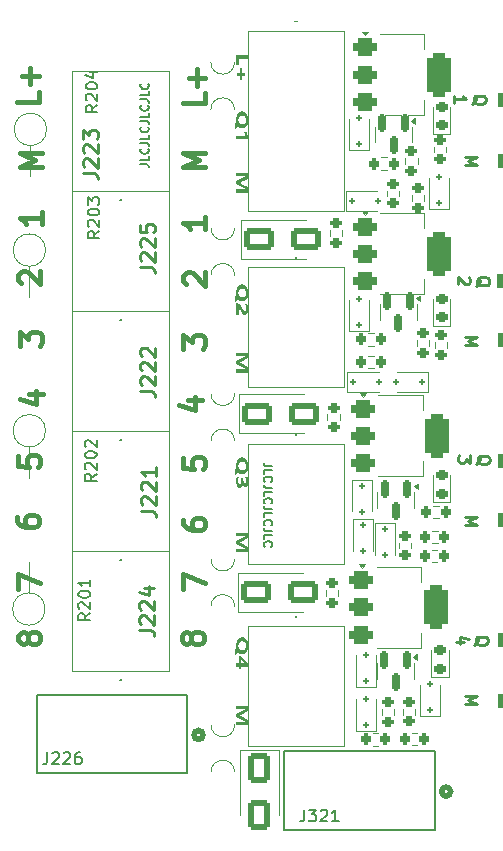
<source format=gbr>
%TF.GenerationSoftware,KiCad,Pcbnew,7.0.11*%
%TF.CreationDate,2025-06-29T11:26:32-04:00*%
%TF.ProjectId,14.1.5 - PMOS - PLC Connector Combined,31342e31-2e35-4202-9d20-504d4f53202d,rev?*%
%TF.SameCoordinates,Original*%
%TF.FileFunction,Legend,Top*%
%TF.FilePolarity,Positive*%
%FSLAX46Y46*%
G04 Gerber Fmt 4.6, Leading zero omitted, Abs format (unit mm)*
G04 Created by KiCad (PCBNEW 7.0.11) date 2025-06-29 11:26:32*
%MOMM*%
%LPD*%
G01*
G04 APERTURE LIST*
G04 Aperture macros list*
%AMRoundRect*
0 Rectangle with rounded corners*
0 $1 Rounding radius*
0 $2 $3 $4 $5 $6 $7 $8 $9 X,Y pos of 4 corners*
0 Add a 4 corners polygon primitive as box body*
4,1,4,$2,$3,$4,$5,$6,$7,$8,$9,$2,$3,0*
0 Add four circle primitives for the rounded corners*
1,1,$1+$1,$2,$3*
1,1,$1+$1,$4,$5*
1,1,$1+$1,$6,$7*
1,1,$1+$1,$8,$9*
0 Add four rect primitives between the rounded corners*
20,1,$1+$1,$2,$3,$4,$5,0*
20,1,$1+$1,$4,$5,$6,$7,0*
20,1,$1+$1,$6,$7,$8,$9,0*
20,1,$1+$1,$8,$9,$2,$3,0*%
G04 Aperture macros list end*
%ADD10C,0.457200*%
%ADD11C,0.254000*%
%ADD12C,0.177800*%
%ADD13C,0.250000*%
%ADD14C,0.150000*%
%ADD15C,0.120000*%
%ADD16C,0.100000*%
%ADD17C,0.200000*%
%ADD18C,0.152400*%
%ADD19C,0.508000*%
%ADD20RoundRect,0.200000X-0.275000X0.200000X-0.275000X-0.200000X0.275000X-0.200000X0.275000X0.200000X0*%
%ADD21RoundRect,0.125000X0.125000X-0.125000X0.125000X0.125000X-0.125000X0.125000X-0.125000X-0.125000X0*%
%ADD22R,1.950000X1.950000*%
%ADD23C,1.950000*%
%ADD24RoundRect,0.572500X-3.045750X-0.572500X3.045750X-0.572500X3.045750X0.572500X-3.045750X0.572500X0*%
%ADD25C,0.500000*%
%ADD26RoundRect,0.200000X0.275000X-0.200000X0.275000X0.200000X-0.275000X0.200000X-0.275000X-0.200000X0*%
%ADD27RoundRect,0.218750X0.256250X-0.218750X0.256250X0.218750X-0.256250X0.218750X-0.256250X-0.218750X0*%
%ADD28RoundRect,0.125000X-0.125000X0.125000X-0.125000X-0.125000X0.125000X-0.125000X0.125000X0.125000X0*%
%ADD29RoundRect,0.200000X0.200000X0.275000X-0.200000X0.275000X-0.200000X-0.275000X0.200000X-0.275000X0*%
%ADD30RoundRect,0.250000X-0.650000X1.000000X-0.650000X-1.000000X0.650000X-1.000000X0.650000X1.000000X0*%
%ADD31RoundRect,0.150000X-0.150000X0.587500X-0.150000X-0.587500X0.150000X-0.587500X0.150000X0.587500X0*%
%ADD32RoundRect,0.200000X-0.200000X-0.275000X0.200000X-0.275000X0.200000X0.275000X-0.200000X0.275000X0*%
%ADD33RoundRect,0.375000X-0.625000X-0.375000X0.625000X-0.375000X0.625000X0.375000X-0.625000X0.375000X0*%
%ADD34RoundRect,0.500000X-0.500000X-1.400000X0.500000X-1.400000X0.500000X1.400000X-0.500000X1.400000X0*%
%ADD35RoundRect,0.250000X-1.000000X-0.650000X1.000000X-0.650000X1.000000X0.650000X-1.000000X0.650000X0*%
%ADD36RoundRect,0.125000X-0.125000X-0.125000X0.125000X-0.125000X0.125000X0.125000X-0.125000X0.125000X0*%
%ADD37C,1.600000*%
%ADD38O,1.600000X1.600000*%
%ADD39C,1.498600*%
%ADD40RoundRect,0.125000X0.125000X0.125000X-0.125000X0.125000X-0.125000X-0.125000X0.125000X-0.125000X0*%
G04 APERTURE END LIST*
D10*
X83998864Y-102452795D02*
X83998864Y-103323652D01*
X83998864Y-103323652D02*
X84869721Y-103410738D01*
X84869721Y-103410738D02*
X84782636Y-103323652D01*
X84782636Y-103323652D02*
X84695550Y-103149481D01*
X84695550Y-103149481D02*
X84695550Y-102714052D01*
X84695550Y-102714052D02*
X84782636Y-102539881D01*
X84782636Y-102539881D02*
X84869721Y-102452795D01*
X84869721Y-102452795D02*
X85043893Y-102365709D01*
X85043893Y-102365709D02*
X85479321Y-102365709D01*
X85479321Y-102365709D02*
X85653493Y-102452795D01*
X85653493Y-102452795D02*
X85740579Y-102539881D01*
X85740579Y-102539881D02*
X85827664Y-102714052D01*
X85827664Y-102714052D02*
X85827664Y-103149481D01*
X85827664Y-103149481D02*
X85740579Y-103323652D01*
X85740579Y-103323652D02*
X85653493Y-103410738D01*
X84782636Y-118048395D02*
X84695550Y-118222566D01*
X84695550Y-118222566D02*
X84608464Y-118309652D01*
X84608464Y-118309652D02*
X84434293Y-118396738D01*
X84434293Y-118396738D02*
X84347207Y-118396738D01*
X84347207Y-118396738D02*
X84173036Y-118309652D01*
X84173036Y-118309652D02*
X84085950Y-118222566D01*
X84085950Y-118222566D02*
X83998864Y-118048395D01*
X83998864Y-118048395D02*
X83998864Y-117700052D01*
X83998864Y-117700052D02*
X84085950Y-117525881D01*
X84085950Y-117525881D02*
X84173036Y-117438795D01*
X84173036Y-117438795D02*
X84347207Y-117351709D01*
X84347207Y-117351709D02*
X84434293Y-117351709D01*
X84434293Y-117351709D02*
X84608464Y-117438795D01*
X84608464Y-117438795D02*
X84695550Y-117525881D01*
X84695550Y-117525881D02*
X84782636Y-117700052D01*
X84782636Y-117700052D02*
X84782636Y-118048395D01*
X84782636Y-118048395D02*
X84869721Y-118222566D01*
X84869721Y-118222566D02*
X84956807Y-118309652D01*
X84956807Y-118309652D02*
X85130979Y-118396738D01*
X85130979Y-118396738D02*
X85479321Y-118396738D01*
X85479321Y-118396738D02*
X85653493Y-118309652D01*
X85653493Y-118309652D02*
X85740579Y-118222566D01*
X85740579Y-118222566D02*
X85827664Y-118048395D01*
X85827664Y-118048395D02*
X85827664Y-117700052D01*
X85827664Y-117700052D02*
X85740579Y-117525881D01*
X85740579Y-117525881D02*
X85653493Y-117438795D01*
X85653493Y-117438795D02*
X85479321Y-117351709D01*
X85479321Y-117351709D02*
X85130979Y-117351709D01*
X85130979Y-117351709D02*
X84956807Y-117438795D01*
X84956807Y-117438795D02*
X84869721Y-117525881D01*
X84869721Y-117525881D02*
X84782636Y-117700052D01*
D11*
X121797547Y-122789009D02*
X122813547Y-122789009D01*
X122813547Y-122789009D02*
X122087832Y-123127676D01*
X122087832Y-123127676D02*
X122813547Y-123466343D01*
X122813547Y-123466343D02*
X121797547Y-123466343D01*
D10*
X98143036Y-87916738D02*
X98055950Y-87829652D01*
X98055950Y-87829652D02*
X97968864Y-87655481D01*
X97968864Y-87655481D02*
X97968864Y-87220052D01*
X97968864Y-87220052D02*
X98055950Y-87045881D01*
X98055950Y-87045881D02*
X98143036Y-86958795D01*
X98143036Y-86958795D02*
X98317207Y-86871709D01*
X98317207Y-86871709D02*
X98491379Y-86871709D01*
X98491379Y-86871709D02*
X98752636Y-86958795D01*
X98752636Y-86958795D02*
X99797664Y-88003823D01*
X99797664Y-88003823D02*
X99797664Y-86871709D01*
X85700664Y-71577281D02*
X85700664Y-72448138D01*
X85700664Y-72448138D02*
X83871864Y-72448138D01*
X85003979Y-70967681D02*
X85003979Y-69574310D01*
X85700664Y-70270995D02*
X84307293Y-70270995D01*
X84862464Y-97205881D02*
X86081664Y-97205881D01*
X84165779Y-97641309D02*
X85472064Y-98076738D01*
X85472064Y-98076738D02*
X85472064Y-96944623D01*
D11*
X122606545Y-118456343D02*
X122654926Y-118359581D01*
X122654926Y-118359581D02*
X122751688Y-118262819D01*
X122751688Y-118262819D02*
X122896830Y-118117676D01*
X122896830Y-118117676D02*
X122945211Y-118020914D01*
X122945211Y-118020914D02*
X122945211Y-117924152D01*
X122703307Y-117972533D02*
X122751688Y-117875771D01*
X122751688Y-117875771D02*
X122848449Y-117779009D01*
X122848449Y-117779009D02*
X123041973Y-117730628D01*
X123041973Y-117730628D02*
X123380640Y-117730628D01*
X123380640Y-117730628D02*
X123574164Y-117779009D01*
X123574164Y-117779009D02*
X123670926Y-117875771D01*
X123670926Y-117875771D02*
X123719307Y-117972533D01*
X123719307Y-117972533D02*
X123719307Y-118166057D01*
X123719307Y-118166057D02*
X123670926Y-118262819D01*
X123670926Y-118262819D02*
X123574164Y-118359581D01*
X123574164Y-118359581D02*
X123380640Y-118407962D01*
X123380640Y-118407962D02*
X123041973Y-118407962D01*
X123041973Y-118407962D02*
X122848449Y-118359581D01*
X122848449Y-118359581D02*
X122751688Y-118262819D01*
X122751688Y-118262819D02*
X122703307Y-118166057D01*
X122703307Y-118166057D02*
X122703307Y-117972533D01*
X121744880Y-118214438D02*
X121067547Y-118214438D01*
X122131928Y-117972533D02*
X121406213Y-117730628D01*
X121406213Y-117730628D02*
X121406213Y-118359581D01*
D10*
X97968864Y-113657823D02*
X97968864Y-112438623D01*
X97968864Y-112438623D02*
X99797664Y-113222395D01*
X85954664Y-77970823D02*
X84125864Y-77970823D01*
X84125864Y-77970823D02*
X85432150Y-77361223D01*
X85432150Y-77361223D02*
X84125864Y-76751623D01*
X84125864Y-76751623D02*
X85954664Y-76751623D01*
X84125864Y-93083823D02*
X84125864Y-91951709D01*
X84125864Y-91951709D02*
X84822550Y-92561309D01*
X84822550Y-92561309D02*
X84822550Y-92300052D01*
X84822550Y-92300052D02*
X84909636Y-92125881D01*
X84909636Y-92125881D02*
X84996721Y-92038795D01*
X84996721Y-92038795D02*
X85170893Y-91951709D01*
X85170893Y-91951709D02*
X85606321Y-91951709D01*
X85606321Y-91951709D02*
X85780493Y-92038795D01*
X85780493Y-92038795D02*
X85867579Y-92125881D01*
X85867579Y-92125881D02*
X85954664Y-92300052D01*
X85954664Y-92300052D02*
X85954664Y-92822566D01*
X85954664Y-92822566D02*
X85867579Y-92996738D01*
X85867579Y-92996738D02*
X85780493Y-93083823D01*
D11*
X121797547Y-92339009D02*
X122813547Y-92339009D01*
X122813547Y-92339009D02*
X122087832Y-92677676D01*
X122087832Y-92677676D02*
X122813547Y-93016343D01*
X122813547Y-93016343D02*
X121797547Y-93016343D01*
D12*
X94319818Y-77725290D02*
X94827818Y-77725290D01*
X94827818Y-77725290D02*
X94929418Y-77759157D01*
X94929418Y-77759157D02*
X94997152Y-77826890D01*
X94997152Y-77826890D02*
X95031018Y-77928490D01*
X95031018Y-77928490D02*
X95031018Y-77996224D01*
X95031018Y-77047957D02*
X95031018Y-77386623D01*
X95031018Y-77386623D02*
X94319818Y-77386623D01*
X94963285Y-76404490D02*
X94997152Y-76438357D01*
X94997152Y-76438357D02*
X95031018Y-76539957D01*
X95031018Y-76539957D02*
X95031018Y-76607690D01*
X95031018Y-76607690D02*
X94997152Y-76709290D01*
X94997152Y-76709290D02*
X94929418Y-76777024D01*
X94929418Y-76777024D02*
X94861685Y-76810890D01*
X94861685Y-76810890D02*
X94726218Y-76844757D01*
X94726218Y-76844757D02*
X94624618Y-76844757D01*
X94624618Y-76844757D02*
X94489152Y-76810890D01*
X94489152Y-76810890D02*
X94421418Y-76777024D01*
X94421418Y-76777024D02*
X94353685Y-76709290D01*
X94353685Y-76709290D02*
X94319818Y-76607690D01*
X94319818Y-76607690D02*
X94319818Y-76539957D01*
X94319818Y-76539957D02*
X94353685Y-76438357D01*
X94353685Y-76438357D02*
X94387552Y-76404490D01*
X94319818Y-75896490D02*
X94827818Y-75896490D01*
X94827818Y-75896490D02*
X94929418Y-75930357D01*
X94929418Y-75930357D02*
X94997152Y-75998090D01*
X94997152Y-75998090D02*
X95031018Y-76099690D01*
X95031018Y-76099690D02*
X95031018Y-76167424D01*
X95031018Y-75219157D02*
X95031018Y-75557823D01*
X95031018Y-75557823D02*
X94319818Y-75557823D01*
X94963285Y-74575690D02*
X94997152Y-74609557D01*
X94997152Y-74609557D02*
X95031018Y-74711157D01*
X95031018Y-74711157D02*
X95031018Y-74778890D01*
X95031018Y-74778890D02*
X94997152Y-74880490D01*
X94997152Y-74880490D02*
X94929418Y-74948224D01*
X94929418Y-74948224D02*
X94861685Y-74982090D01*
X94861685Y-74982090D02*
X94726218Y-75015957D01*
X94726218Y-75015957D02*
X94624618Y-75015957D01*
X94624618Y-75015957D02*
X94489152Y-74982090D01*
X94489152Y-74982090D02*
X94421418Y-74948224D01*
X94421418Y-74948224D02*
X94353685Y-74880490D01*
X94353685Y-74880490D02*
X94319818Y-74778890D01*
X94319818Y-74778890D02*
X94319818Y-74711157D01*
X94319818Y-74711157D02*
X94353685Y-74609557D01*
X94353685Y-74609557D02*
X94387552Y-74575690D01*
X94319818Y-74067690D02*
X94827818Y-74067690D01*
X94827818Y-74067690D02*
X94929418Y-74101557D01*
X94929418Y-74101557D02*
X94997152Y-74169290D01*
X94997152Y-74169290D02*
X95031018Y-74270890D01*
X95031018Y-74270890D02*
X95031018Y-74338624D01*
X95031018Y-73390357D02*
X95031018Y-73729023D01*
X95031018Y-73729023D02*
X94319818Y-73729023D01*
X94963285Y-72746890D02*
X94997152Y-72780757D01*
X94997152Y-72780757D02*
X95031018Y-72882357D01*
X95031018Y-72882357D02*
X95031018Y-72950090D01*
X95031018Y-72950090D02*
X94997152Y-73051690D01*
X94997152Y-73051690D02*
X94929418Y-73119424D01*
X94929418Y-73119424D02*
X94861685Y-73153290D01*
X94861685Y-73153290D02*
X94726218Y-73187157D01*
X94726218Y-73187157D02*
X94624618Y-73187157D01*
X94624618Y-73187157D02*
X94489152Y-73153290D01*
X94489152Y-73153290D02*
X94421418Y-73119424D01*
X94421418Y-73119424D02*
X94353685Y-73051690D01*
X94353685Y-73051690D02*
X94319818Y-72950090D01*
X94319818Y-72950090D02*
X94319818Y-72882357D01*
X94319818Y-72882357D02*
X94353685Y-72780757D01*
X94353685Y-72780757D02*
X94387552Y-72746890D01*
X94319818Y-72238890D02*
X94827818Y-72238890D01*
X94827818Y-72238890D02*
X94929418Y-72272757D01*
X94929418Y-72272757D02*
X94997152Y-72340490D01*
X94997152Y-72340490D02*
X95031018Y-72442090D01*
X95031018Y-72442090D02*
X95031018Y-72509824D01*
X95031018Y-71561557D02*
X95031018Y-71900223D01*
X95031018Y-71900223D02*
X94319818Y-71900223D01*
X94963285Y-70918090D02*
X94997152Y-70951957D01*
X94997152Y-70951957D02*
X95031018Y-71053557D01*
X95031018Y-71053557D02*
X95031018Y-71121290D01*
X95031018Y-71121290D02*
X94997152Y-71222890D01*
X94997152Y-71222890D02*
X94929418Y-71290624D01*
X94929418Y-71290624D02*
X94861685Y-71324490D01*
X94861685Y-71324490D02*
X94726218Y-71358357D01*
X94726218Y-71358357D02*
X94624618Y-71358357D01*
X94624618Y-71358357D02*
X94489152Y-71324490D01*
X94489152Y-71324490D02*
X94421418Y-71290624D01*
X94421418Y-71290624D02*
X94353685Y-71222890D01*
X94353685Y-71222890D02*
X94319818Y-71121290D01*
X94319818Y-71121290D02*
X94319818Y-71053557D01*
X94319818Y-71053557D02*
X94353685Y-70951957D01*
X94353685Y-70951957D02*
X94387552Y-70918090D01*
D11*
X121797547Y-77109009D02*
X122813547Y-77109009D01*
X122813547Y-77109009D02*
X122087832Y-77447676D01*
X122087832Y-77447676D02*
X122813547Y-77786343D01*
X122813547Y-77786343D02*
X121797547Y-77786343D01*
X122746545Y-88036343D02*
X122794926Y-87939581D01*
X122794926Y-87939581D02*
X122891688Y-87842819D01*
X122891688Y-87842819D02*
X123036830Y-87697676D01*
X123036830Y-87697676D02*
X123085211Y-87600914D01*
X123085211Y-87600914D02*
X123085211Y-87504152D01*
X122843307Y-87552533D02*
X122891688Y-87455771D01*
X122891688Y-87455771D02*
X122988449Y-87359009D01*
X122988449Y-87359009D02*
X123181973Y-87310628D01*
X123181973Y-87310628D02*
X123520640Y-87310628D01*
X123520640Y-87310628D02*
X123714164Y-87359009D01*
X123714164Y-87359009D02*
X123810926Y-87455771D01*
X123810926Y-87455771D02*
X123859307Y-87552533D01*
X123859307Y-87552533D02*
X123859307Y-87746057D01*
X123859307Y-87746057D02*
X123810926Y-87842819D01*
X123810926Y-87842819D02*
X123714164Y-87939581D01*
X123714164Y-87939581D02*
X123520640Y-87987962D01*
X123520640Y-87987962D02*
X123181973Y-87987962D01*
X123181973Y-87987962D02*
X122988449Y-87939581D01*
X122988449Y-87939581D02*
X122891688Y-87842819D01*
X122891688Y-87842819D02*
X122843307Y-87746057D01*
X122843307Y-87746057D02*
X122843307Y-87552533D01*
X122126785Y-87310628D02*
X122175166Y-87359009D01*
X122175166Y-87359009D02*
X122223547Y-87455771D01*
X122223547Y-87455771D02*
X122223547Y-87697676D01*
X122223547Y-87697676D02*
X122175166Y-87794438D01*
X122175166Y-87794438D02*
X122126785Y-87842819D01*
X122126785Y-87842819D02*
X122030023Y-87891200D01*
X122030023Y-87891200D02*
X121933261Y-87891200D01*
X121933261Y-87891200D02*
X121788118Y-87842819D01*
X121788118Y-87842819D02*
X121207547Y-87262247D01*
X121207547Y-87262247D02*
X121207547Y-87891200D01*
D10*
X83871864Y-107619881D02*
X83871864Y-107968223D01*
X83871864Y-107968223D02*
X83958950Y-108142395D01*
X83958950Y-108142395D02*
X84046036Y-108229481D01*
X84046036Y-108229481D02*
X84307293Y-108403652D01*
X84307293Y-108403652D02*
X84655636Y-108490738D01*
X84655636Y-108490738D02*
X85352321Y-108490738D01*
X85352321Y-108490738D02*
X85526493Y-108403652D01*
X85526493Y-108403652D02*
X85613579Y-108316566D01*
X85613579Y-108316566D02*
X85700664Y-108142395D01*
X85700664Y-108142395D02*
X85700664Y-107794052D01*
X85700664Y-107794052D02*
X85613579Y-107619881D01*
X85613579Y-107619881D02*
X85526493Y-107532795D01*
X85526493Y-107532795D02*
X85352321Y-107445709D01*
X85352321Y-107445709D02*
X84916893Y-107445709D01*
X84916893Y-107445709D02*
X84742721Y-107532795D01*
X84742721Y-107532795D02*
X84655636Y-107619881D01*
X84655636Y-107619881D02*
X84568550Y-107794052D01*
X84568550Y-107794052D02*
X84568550Y-108142395D01*
X84568550Y-108142395D02*
X84655636Y-108316566D01*
X84655636Y-108316566D02*
X84742721Y-108403652D01*
X84742721Y-108403652D02*
X84916893Y-108490738D01*
D11*
X122776545Y-103156343D02*
X122824926Y-103059581D01*
X122824926Y-103059581D02*
X122921688Y-102962819D01*
X122921688Y-102962819D02*
X123066830Y-102817676D01*
X123066830Y-102817676D02*
X123115211Y-102720914D01*
X123115211Y-102720914D02*
X123115211Y-102624152D01*
X122873307Y-102672533D02*
X122921688Y-102575771D01*
X122921688Y-102575771D02*
X123018449Y-102479009D01*
X123018449Y-102479009D02*
X123211973Y-102430628D01*
X123211973Y-102430628D02*
X123550640Y-102430628D01*
X123550640Y-102430628D02*
X123744164Y-102479009D01*
X123744164Y-102479009D02*
X123840926Y-102575771D01*
X123840926Y-102575771D02*
X123889307Y-102672533D01*
X123889307Y-102672533D02*
X123889307Y-102866057D01*
X123889307Y-102866057D02*
X123840926Y-102962819D01*
X123840926Y-102962819D02*
X123744164Y-103059581D01*
X123744164Y-103059581D02*
X123550640Y-103107962D01*
X123550640Y-103107962D02*
X123211973Y-103107962D01*
X123211973Y-103107962D02*
X123018449Y-103059581D01*
X123018449Y-103059581D02*
X122921688Y-102962819D01*
X122921688Y-102962819D02*
X122873307Y-102866057D01*
X122873307Y-102866057D02*
X122873307Y-102672533D01*
X122253547Y-102382247D02*
X122253547Y-103011200D01*
X122253547Y-103011200D02*
X121866499Y-102672533D01*
X121866499Y-102672533D02*
X121866499Y-102817676D01*
X121866499Y-102817676D02*
X121818118Y-102914438D01*
X121818118Y-102914438D02*
X121769737Y-102962819D01*
X121769737Y-102962819D02*
X121672975Y-103011200D01*
X121672975Y-103011200D02*
X121431070Y-103011200D01*
X121431070Y-103011200D02*
X121334308Y-102962819D01*
X121334308Y-102962819D02*
X121285928Y-102914438D01*
X121285928Y-102914438D02*
X121237547Y-102817676D01*
X121237547Y-102817676D02*
X121237547Y-102527390D01*
X121237547Y-102527390D02*
X121285928Y-102430628D01*
X121285928Y-102430628D02*
X121334308Y-102382247D01*
X122436545Y-72656343D02*
X122484926Y-72559581D01*
X122484926Y-72559581D02*
X122581688Y-72462819D01*
X122581688Y-72462819D02*
X122726830Y-72317676D01*
X122726830Y-72317676D02*
X122775211Y-72220914D01*
X122775211Y-72220914D02*
X122775211Y-72124152D01*
X122533307Y-72172533D02*
X122581688Y-72075771D01*
X122581688Y-72075771D02*
X122678449Y-71979009D01*
X122678449Y-71979009D02*
X122871973Y-71930628D01*
X122871973Y-71930628D02*
X123210640Y-71930628D01*
X123210640Y-71930628D02*
X123404164Y-71979009D01*
X123404164Y-71979009D02*
X123500926Y-72075771D01*
X123500926Y-72075771D02*
X123549307Y-72172533D01*
X123549307Y-72172533D02*
X123549307Y-72366057D01*
X123549307Y-72366057D02*
X123500926Y-72462819D01*
X123500926Y-72462819D02*
X123404164Y-72559581D01*
X123404164Y-72559581D02*
X123210640Y-72607962D01*
X123210640Y-72607962D02*
X122871973Y-72607962D01*
X122871973Y-72607962D02*
X122678449Y-72559581D01*
X122678449Y-72559581D02*
X122581688Y-72462819D01*
X122581688Y-72462819D02*
X122533307Y-72366057D01*
X122533307Y-72366057D02*
X122533307Y-72172533D01*
X120897547Y-72511200D02*
X120897547Y-71930628D01*
X120897547Y-72220914D02*
X121913547Y-72220914D01*
X121913547Y-72220914D02*
X121768404Y-72124152D01*
X121768404Y-72124152D02*
X121671642Y-72027390D01*
X121671642Y-72027390D02*
X121623261Y-71930628D01*
D10*
X84173036Y-87789738D02*
X84085950Y-87702652D01*
X84085950Y-87702652D02*
X83998864Y-87528481D01*
X83998864Y-87528481D02*
X83998864Y-87093052D01*
X83998864Y-87093052D02*
X84085950Y-86918881D01*
X84085950Y-86918881D02*
X84173036Y-86831795D01*
X84173036Y-86831795D02*
X84347207Y-86744709D01*
X84347207Y-86744709D02*
X84521379Y-86744709D01*
X84521379Y-86744709D02*
X84782636Y-86831795D01*
X84782636Y-86831795D02*
X85827664Y-87876823D01*
X85827664Y-87876823D02*
X85827664Y-86744709D01*
D12*
X105471431Y-103294933D02*
X104963431Y-103294933D01*
X104963431Y-103294933D02*
X104861831Y-103261066D01*
X104861831Y-103261066D02*
X104794098Y-103193333D01*
X104794098Y-103193333D02*
X104760231Y-103091733D01*
X104760231Y-103091733D02*
X104760231Y-103024000D01*
X104760231Y-103972267D02*
X104760231Y-103633600D01*
X104760231Y-103633600D02*
X105471431Y-103633600D01*
X104827964Y-104615733D02*
X104794098Y-104581866D01*
X104794098Y-104581866D02*
X104760231Y-104480266D01*
X104760231Y-104480266D02*
X104760231Y-104412533D01*
X104760231Y-104412533D02*
X104794098Y-104310933D01*
X104794098Y-104310933D02*
X104861831Y-104243200D01*
X104861831Y-104243200D02*
X104929564Y-104209333D01*
X104929564Y-104209333D02*
X105065031Y-104175466D01*
X105065031Y-104175466D02*
X105166631Y-104175466D01*
X105166631Y-104175466D02*
X105302098Y-104209333D01*
X105302098Y-104209333D02*
X105369831Y-104243200D01*
X105369831Y-104243200D02*
X105437564Y-104310933D01*
X105437564Y-104310933D02*
X105471431Y-104412533D01*
X105471431Y-104412533D02*
X105471431Y-104480266D01*
X105471431Y-104480266D02*
X105437564Y-104581866D01*
X105437564Y-104581866D02*
X105403698Y-104615733D01*
X105471431Y-105123733D02*
X104963431Y-105123733D01*
X104963431Y-105123733D02*
X104861831Y-105089866D01*
X104861831Y-105089866D02*
X104794098Y-105022133D01*
X104794098Y-105022133D02*
X104760231Y-104920533D01*
X104760231Y-104920533D02*
X104760231Y-104852800D01*
X104760231Y-105801067D02*
X104760231Y-105462400D01*
X104760231Y-105462400D02*
X105471431Y-105462400D01*
X104827964Y-106444533D02*
X104794098Y-106410666D01*
X104794098Y-106410666D02*
X104760231Y-106309066D01*
X104760231Y-106309066D02*
X104760231Y-106241333D01*
X104760231Y-106241333D02*
X104794098Y-106139733D01*
X104794098Y-106139733D02*
X104861831Y-106072000D01*
X104861831Y-106072000D02*
X104929564Y-106038133D01*
X104929564Y-106038133D02*
X105065031Y-106004266D01*
X105065031Y-106004266D02*
X105166631Y-106004266D01*
X105166631Y-106004266D02*
X105302098Y-106038133D01*
X105302098Y-106038133D02*
X105369831Y-106072000D01*
X105369831Y-106072000D02*
X105437564Y-106139733D01*
X105437564Y-106139733D02*
X105471431Y-106241333D01*
X105471431Y-106241333D02*
X105471431Y-106309066D01*
X105471431Y-106309066D02*
X105437564Y-106410666D01*
X105437564Y-106410666D02*
X105403698Y-106444533D01*
X105471431Y-106952533D02*
X104963431Y-106952533D01*
X104963431Y-106952533D02*
X104861831Y-106918666D01*
X104861831Y-106918666D02*
X104794098Y-106850933D01*
X104794098Y-106850933D02*
X104760231Y-106749333D01*
X104760231Y-106749333D02*
X104760231Y-106681600D01*
X104760231Y-107629867D02*
X104760231Y-107291200D01*
X104760231Y-107291200D02*
X105471431Y-107291200D01*
X104827964Y-108273333D02*
X104794098Y-108239466D01*
X104794098Y-108239466D02*
X104760231Y-108137866D01*
X104760231Y-108137866D02*
X104760231Y-108070133D01*
X104760231Y-108070133D02*
X104794098Y-107968533D01*
X104794098Y-107968533D02*
X104861831Y-107900800D01*
X104861831Y-107900800D02*
X104929564Y-107866933D01*
X104929564Y-107866933D02*
X105065031Y-107833066D01*
X105065031Y-107833066D02*
X105166631Y-107833066D01*
X105166631Y-107833066D02*
X105302098Y-107866933D01*
X105302098Y-107866933D02*
X105369831Y-107900800D01*
X105369831Y-107900800D02*
X105437564Y-107968533D01*
X105437564Y-107968533D02*
X105471431Y-108070133D01*
X105471431Y-108070133D02*
X105471431Y-108137866D01*
X105471431Y-108137866D02*
X105437564Y-108239466D01*
X105437564Y-108239466D02*
X105403698Y-108273333D01*
X105471431Y-108781333D02*
X104963431Y-108781333D01*
X104963431Y-108781333D02*
X104861831Y-108747466D01*
X104861831Y-108747466D02*
X104794098Y-108679733D01*
X104794098Y-108679733D02*
X104760231Y-108578133D01*
X104760231Y-108578133D02*
X104760231Y-108510400D01*
X104760231Y-109458667D02*
X104760231Y-109120000D01*
X104760231Y-109120000D02*
X105471431Y-109120000D01*
X104827964Y-110102133D02*
X104794098Y-110068266D01*
X104794098Y-110068266D02*
X104760231Y-109966666D01*
X104760231Y-109966666D02*
X104760231Y-109898933D01*
X104760231Y-109898933D02*
X104794098Y-109797333D01*
X104794098Y-109797333D02*
X104861831Y-109729600D01*
X104861831Y-109729600D02*
X104929564Y-109695733D01*
X104929564Y-109695733D02*
X105065031Y-109661866D01*
X105065031Y-109661866D02*
X105166631Y-109661866D01*
X105166631Y-109661866D02*
X105302098Y-109695733D01*
X105302098Y-109695733D02*
X105369831Y-109729600D01*
X105369831Y-109729600D02*
X105437564Y-109797333D01*
X105437564Y-109797333D02*
X105471431Y-109898933D01*
X105471431Y-109898933D02*
X105471431Y-109966666D01*
X105471431Y-109966666D02*
X105437564Y-110068266D01*
X105437564Y-110068266D02*
X105403698Y-110102133D01*
D10*
X97968864Y-93337823D02*
X97968864Y-92205709D01*
X97968864Y-92205709D02*
X98665550Y-92815309D01*
X98665550Y-92815309D02*
X98665550Y-92554052D01*
X98665550Y-92554052D02*
X98752636Y-92379881D01*
X98752636Y-92379881D02*
X98839721Y-92292795D01*
X98839721Y-92292795D02*
X99013893Y-92205709D01*
X99013893Y-92205709D02*
X99449321Y-92205709D01*
X99449321Y-92205709D02*
X99623493Y-92292795D01*
X99623493Y-92292795D02*
X99710579Y-92379881D01*
X99710579Y-92379881D02*
X99797664Y-92554052D01*
X99797664Y-92554052D02*
X99797664Y-93076566D01*
X99797664Y-93076566D02*
X99710579Y-93250738D01*
X99710579Y-93250738D02*
X99623493Y-93337823D01*
X97968864Y-102579795D02*
X97968864Y-103450652D01*
X97968864Y-103450652D02*
X98839721Y-103537738D01*
X98839721Y-103537738D02*
X98752636Y-103450652D01*
X98752636Y-103450652D02*
X98665550Y-103276481D01*
X98665550Y-103276481D02*
X98665550Y-102841052D01*
X98665550Y-102841052D02*
X98752636Y-102666881D01*
X98752636Y-102666881D02*
X98839721Y-102579795D01*
X98839721Y-102579795D02*
X99013893Y-102492709D01*
X99013893Y-102492709D02*
X99449321Y-102492709D01*
X99449321Y-102492709D02*
X99623493Y-102579795D01*
X99623493Y-102579795D02*
X99710579Y-102666881D01*
X99710579Y-102666881D02*
X99797664Y-102841052D01*
X99797664Y-102841052D02*
X99797664Y-103276481D01*
X99797664Y-103276481D02*
X99710579Y-103450652D01*
X99710579Y-103450652D02*
X99623493Y-103537738D01*
D11*
X121797547Y-107589009D02*
X122813547Y-107589009D01*
X122813547Y-107589009D02*
X122087832Y-107927676D01*
X122087832Y-107927676D02*
X122813547Y-108266343D01*
X122813547Y-108266343D02*
X121797547Y-108266343D01*
D10*
X97968864Y-107873881D02*
X97968864Y-108222223D01*
X97968864Y-108222223D02*
X98055950Y-108396395D01*
X98055950Y-108396395D02*
X98143036Y-108483481D01*
X98143036Y-108483481D02*
X98404293Y-108657652D01*
X98404293Y-108657652D02*
X98752636Y-108744738D01*
X98752636Y-108744738D02*
X99449321Y-108744738D01*
X99449321Y-108744738D02*
X99623493Y-108657652D01*
X99623493Y-108657652D02*
X99710579Y-108570566D01*
X99710579Y-108570566D02*
X99797664Y-108396395D01*
X99797664Y-108396395D02*
X99797664Y-108048052D01*
X99797664Y-108048052D02*
X99710579Y-107873881D01*
X99710579Y-107873881D02*
X99623493Y-107786795D01*
X99623493Y-107786795D02*
X99449321Y-107699709D01*
X99449321Y-107699709D02*
X99013893Y-107699709D01*
X99013893Y-107699709D02*
X98839721Y-107786795D01*
X98839721Y-107786795D02*
X98752636Y-107873881D01*
X98752636Y-107873881D02*
X98665550Y-108048052D01*
X98665550Y-108048052D02*
X98665550Y-108396395D01*
X98665550Y-108396395D02*
X98752636Y-108570566D01*
X98752636Y-108570566D02*
X98839721Y-108657652D01*
X98839721Y-108657652D02*
X99013893Y-108744738D01*
X98324464Y-97713881D02*
X99543664Y-97713881D01*
X97627779Y-98149309D02*
X98934064Y-98584738D01*
X98934064Y-98584738D02*
X98934064Y-97452623D01*
X98625636Y-118048395D02*
X98538550Y-118222566D01*
X98538550Y-118222566D02*
X98451464Y-118309652D01*
X98451464Y-118309652D02*
X98277293Y-118396738D01*
X98277293Y-118396738D02*
X98190207Y-118396738D01*
X98190207Y-118396738D02*
X98016036Y-118309652D01*
X98016036Y-118309652D02*
X97928950Y-118222566D01*
X97928950Y-118222566D02*
X97841864Y-118048395D01*
X97841864Y-118048395D02*
X97841864Y-117700052D01*
X97841864Y-117700052D02*
X97928950Y-117525881D01*
X97928950Y-117525881D02*
X98016036Y-117438795D01*
X98016036Y-117438795D02*
X98190207Y-117351709D01*
X98190207Y-117351709D02*
X98277293Y-117351709D01*
X98277293Y-117351709D02*
X98451464Y-117438795D01*
X98451464Y-117438795D02*
X98538550Y-117525881D01*
X98538550Y-117525881D02*
X98625636Y-117700052D01*
X98625636Y-117700052D02*
X98625636Y-118048395D01*
X98625636Y-118048395D02*
X98712721Y-118222566D01*
X98712721Y-118222566D02*
X98799807Y-118309652D01*
X98799807Y-118309652D02*
X98973979Y-118396738D01*
X98973979Y-118396738D02*
X99322321Y-118396738D01*
X99322321Y-118396738D02*
X99496493Y-118309652D01*
X99496493Y-118309652D02*
X99583579Y-118222566D01*
X99583579Y-118222566D02*
X99670664Y-118048395D01*
X99670664Y-118048395D02*
X99670664Y-117700052D01*
X99670664Y-117700052D02*
X99583579Y-117525881D01*
X99583579Y-117525881D02*
X99496493Y-117438795D01*
X99496493Y-117438795D02*
X99322321Y-117351709D01*
X99322321Y-117351709D02*
X98973979Y-117351709D01*
X98973979Y-117351709D02*
X98799807Y-117438795D01*
X98799807Y-117438795D02*
X98712721Y-117525881D01*
X98712721Y-117525881D02*
X98625636Y-117700052D01*
X83998864Y-113657823D02*
X83998864Y-112438623D01*
X83998864Y-112438623D02*
X85827664Y-113222395D01*
X99797664Y-77994611D02*
X97968864Y-77994611D01*
X97968864Y-77994611D02*
X99275150Y-77385011D01*
X99275150Y-77385011D02*
X97968864Y-76775411D01*
X97968864Y-76775411D02*
X99797664Y-76775411D01*
X99797664Y-82172709D02*
X99797664Y-83217738D01*
X99797664Y-82695223D02*
X97968864Y-82695223D01*
X97968864Y-82695223D02*
X98230121Y-82869395D01*
X98230121Y-82869395D02*
X98404293Y-83043566D01*
X98404293Y-83043566D02*
X98491379Y-83217738D01*
X85954664Y-81791709D02*
X85954664Y-82836738D01*
X85954664Y-82314223D02*
X84125864Y-82314223D01*
X84125864Y-82314223D02*
X84387121Y-82488395D01*
X84387121Y-82488395D02*
X84561293Y-82662566D01*
X84561293Y-82662566D02*
X84648379Y-82836738D01*
D13*
G36*
X102450000Y-69358900D02*
G01*
X102450000Y-68478893D01*
X103434787Y-68478893D01*
X103434787Y-68811919D01*
X102637578Y-68811919D01*
X102637578Y-69358900D01*
X102450000Y-69358900D01*
G37*
G36*
X102778262Y-70631650D02*
G01*
X102778262Y-70234877D01*
X102512526Y-70234877D01*
X102512526Y-70026782D01*
X102778262Y-70026782D01*
X102778262Y-69627812D01*
X102918946Y-69627812D01*
X102918946Y-70026782D01*
X103184682Y-70026782D01*
X103184682Y-70234877D01*
X102918946Y-70234877D01*
X102918946Y-70631650D01*
X102778262Y-70631650D01*
G37*
G36*
X102944124Y-73259046D02*
G01*
X102958384Y-73259641D01*
X102972473Y-73260632D01*
X102986391Y-73262019D01*
X103000138Y-73263803D01*
X103013713Y-73265984D01*
X103027117Y-73268560D01*
X103040350Y-73271533D01*
X103053411Y-73274903D01*
X103066301Y-73278669D01*
X103079020Y-73282831D01*
X103091568Y-73287390D01*
X103103945Y-73292345D01*
X103116150Y-73297697D01*
X103128184Y-73303445D01*
X103140047Y-73309590D01*
X103151738Y-73316130D01*
X103163258Y-73323068D01*
X103174607Y-73330401D01*
X103185785Y-73338132D01*
X103196791Y-73346258D01*
X103207627Y-73354781D01*
X103218290Y-73363701D01*
X103228783Y-73373016D01*
X103239104Y-73382729D01*
X103249255Y-73392837D01*
X103259234Y-73403342D01*
X103269041Y-73414244D01*
X103278678Y-73425542D01*
X103288143Y-73437236D01*
X103297437Y-73449327D01*
X103306559Y-73461814D01*
X103315410Y-73474561D01*
X103323980Y-73487571D01*
X103332268Y-73500842D01*
X103340276Y-73514376D01*
X103348003Y-73528171D01*
X103355449Y-73542228D01*
X103362614Y-73556547D01*
X103369497Y-73571128D01*
X103376100Y-73585971D01*
X103382422Y-73601075D01*
X103388463Y-73616442D01*
X103394223Y-73632070D01*
X103399702Y-73647961D01*
X103404900Y-73664113D01*
X103409817Y-73680527D01*
X103414453Y-73697203D01*
X103418809Y-73714141D01*
X103422883Y-73731341D01*
X103426676Y-73748802D01*
X103430188Y-73766526D01*
X103433419Y-73784511D01*
X103436369Y-73802759D01*
X103439039Y-73821268D01*
X103441427Y-73840039D01*
X103443534Y-73859072D01*
X103445361Y-73878367D01*
X103446906Y-73897924D01*
X103448170Y-73917743D01*
X103449154Y-73937823D01*
X103449856Y-73958166D01*
X103450278Y-73978770D01*
X103450418Y-73999637D01*
X103450284Y-74019302D01*
X103449880Y-74038729D01*
X103449207Y-74057919D01*
X103448266Y-74076871D01*
X103447055Y-74095585D01*
X103445575Y-74114062D01*
X103443827Y-74132302D01*
X103441809Y-74150304D01*
X103439522Y-74168068D01*
X103436966Y-74185595D01*
X103434141Y-74202884D01*
X103431047Y-74219936D01*
X103427684Y-74236750D01*
X103424051Y-74253327D01*
X103420150Y-74269666D01*
X103415980Y-74285767D01*
X103411541Y-74301631D01*
X103406832Y-74317257D01*
X103401855Y-74332646D01*
X103396608Y-74347797D01*
X103391093Y-74362711D01*
X103385308Y-74377387D01*
X103379255Y-74391825D01*
X103372932Y-74406026D01*
X103366340Y-74419990D01*
X103359480Y-74433715D01*
X103352350Y-74447204D01*
X103344951Y-74460454D01*
X103337283Y-74473467D01*
X103329346Y-74486243D01*
X103321140Y-74498781D01*
X103312665Y-74511081D01*
X103304015Y-74523118D01*
X103295190Y-74534772D01*
X103286193Y-74546044D01*
X103277021Y-74556934D01*
X103267676Y-74567442D01*
X103258157Y-74577568D01*
X103248465Y-74587311D01*
X103238599Y-74596673D01*
X103228559Y-74605653D01*
X103218346Y-74614250D01*
X103207959Y-74622465D01*
X103197398Y-74630298D01*
X103186664Y-74637749D01*
X103175756Y-74644818D01*
X103164674Y-74651505D01*
X103153419Y-74657810D01*
X103141990Y-74663733D01*
X103130388Y-74669273D01*
X103118611Y-74674432D01*
X103106662Y-74679208D01*
X103094538Y-74683602D01*
X103082241Y-74687614D01*
X103069770Y-74691244D01*
X103057126Y-74694492D01*
X103044308Y-74697358D01*
X103031317Y-74699842D01*
X103018151Y-74701943D01*
X103004812Y-74703663D01*
X102991300Y-74705000D01*
X102977614Y-74705955D01*
X102963754Y-74706529D01*
X102949720Y-74706720D01*
X102935366Y-74706521D01*
X102921185Y-74705927D01*
X102907177Y-74704936D01*
X102893342Y-74703548D01*
X102879681Y-74701764D01*
X102866192Y-74699584D01*
X102852877Y-74697007D01*
X102839735Y-74694034D01*
X102826766Y-74690665D01*
X102813970Y-74686899D01*
X102801347Y-74682736D01*
X102788898Y-74678178D01*
X102776622Y-74673222D01*
X102764518Y-74667871D01*
X102752588Y-74662123D01*
X102740832Y-74655978D01*
X102729248Y-74649437D01*
X102717838Y-74642500D01*
X102706600Y-74635166D01*
X102695536Y-74627436D01*
X102684645Y-74619310D01*
X102673927Y-74610787D01*
X102663383Y-74601867D01*
X102653011Y-74592551D01*
X102642813Y-74582839D01*
X102632788Y-74572731D01*
X102622936Y-74562225D01*
X102613257Y-74551324D01*
X102603751Y-74540026D01*
X102594419Y-74528332D01*
X102585259Y-74516241D01*
X102576273Y-74503754D01*
X102569221Y-74493381D01*
X102566992Y-74490198D01*
X102560009Y-74479705D01*
X102558443Y-74477009D01*
X102324947Y-74850701D01*
X102324947Y-74385052D01*
X102451465Y-74189413D01*
X102448410Y-74171104D01*
X102445655Y-74152448D01*
X102443200Y-74133443D01*
X102441046Y-74114091D01*
X102439193Y-74094391D01*
X102437640Y-74074343D01*
X102436388Y-74053948D01*
X102435437Y-74033205D01*
X102434785Y-74012114D01*
X102434435Y-73990675D01*
X102434395Y-73982051D01*
X102621946Y-73982051D01*
X102622271Y-74003296D01*
X102623244Y-74023983D01*
X102624866Y-74044111D01*
X102627137Y-74063682D01*
X102630056Y-74082694D01*
X102633624Y-74101148D01*
X102637841Y-74119044D01*
X102642707Y-74136382D01*
X102648222Y-74153162D01*
X102654385Y-74169383D01*
X102661197Y-74185047D01*
X102668658Y-74200152D01*
X102676768Y-74214700D01*
X102685526Y-74228689D01*
X102694933Y-74242120D01*
X102704989Y-74254993D01*
X102715798Y-74267237D01*
X102727097Y-74278692D01*
X102738886Y-74289356D01*
X102751166Y-74299231D01*
X102763936Y-74308316D01*
X102777197Y-74316610D01*
X102790948Y-74324115D01*
X102805190Y-74330830D01*
X102819922Y-74336755D01*
X102835144Y-74341890D01*
X102850856Y-74346234D01*
X102867059Y-74349789D01*
X102883753Y-74352554D01*
X102900937Y-74354529D01*
X102918611Y-74355714D01*
X102936775Y-74356109D01*
X102955718Y-74355727D01*
X102974137Y-74354581D01*
X102992034Y-74352670D01*
X103009407Y-74349995D01*
X103026258Y-74346556D01*
X103042586Y-74342353D01*
X103058391Y-74337386D01*
X103073674Y-74331654D01*
X103088433Y-74325158D01*
X103102670Y-74317898D01*
X103116384Y-74309874D01*
X103129575Y-74301086D01*
X103142243Y-74291533D01*
X103154388Y-74281216D01*
X103166011Y-74270135D01*
X103177110Y-74258290D01*
X103187492Y-74245866D01*
X103197203Y-74232868D01*
X103206245Y-74219293D01*
X103214617Y-74205144D01*
X103222319Y-74190419D01*
X103229352Y-74175119D01*
X103235714Y-74159244D01*
X103241407Y-74142793D01*
X103246431Y-74125768D01*
X103250784Y-74108166D01*
X103254468Y-74089990D01*
X103257482Y-74071238D01*
X103259826Y-74051911D01*
X103261500Y-74032008D01*
X103262505Y-74011531D01*
X103262840Y-73990478D01*
X103262493Y-73968954D01*
X103261454Y-73947979D01*
X103259723Y-73927554D01*
X103257298Y-73907679D01*
X103254181Y-73888353D01*
X103250372Y-73869577D01*
X103245870Y-73851351D01*
X103240675Y-73833674D01*
X103234787Y-73816546D01*
X103228207Y-73799968D01*
X103220934Y-73783940D01*
X103212968Y-73768461D01*
X103204310Y-73753531D01*
X103194959Y-73739152D01*
X103184916Y-73725321D01*
X103174180Y-73712041D01*
X103162964Y-73699574D01*
X103151301Y-73687912D01*
X103139189Y-73677054D01*
X103126629Y-73667001D01*
X103113620Y-73657751D01*
X103100163Y-73649307D01*
X103086257Y-73641666D01*
X103071903Y-73634829D01*
X103057100Y-73628797D01*
X103041850Y-73623569D01*
X103026150Y-73619146D01*
X103010003Y-73615527D01*
X102993406Y-73612712D01*
X102976362Y-73610701D01*
X102958869Y-73609494D01*
X102940928Y-73609092D01*
X102922757Y-73609494D01*
X102905066Y-73610701D01*
X102887853Y-73612712D01*
X102871120Y-73615527D01*
X102854865Y-73619146D01*
X102839090Y-73623569D01*
X102823793Y-73628797D01*
X102808975Y-73634829D01*
X102794637Y-73641666D01*
X102780777Y-73649307D01*
X102767396Y-73657751D01*
X102754494Y-73667001D01*
X102742071Y-73677054D01*
X102730127Y-73687912D01*
X102718662Y-73699574D01*
X102707676Y-73712041D01*
X102697294Y-73725160D01*
X102687583Y-73738780D01*
X102678541Y-73752900D01*
X102670169Y-73767522D01*
X102662467Y-73782645D01*
X102655434Y-73798268D01*
X102649072Y-73814392D01*
X102643379Y-73831017D01*
X102638356Y-73848144D01*
X102634002Y-73865771D01*
X102630318Y-73883898D01*
X102627305Y-73902527D01*
X102624960Y-73921657D01*
X102623286Y-73941287D01*
X102622281Y-73961419D01*
X102621946Y-73982051D01*
X102434395Y-73982051D01*
X102434368Y-73976189D01*
X102434502Y-73956452D01*
X102434903Y-73936945D01*
X102435572Y-73917669D01*
X102436509Y-73898623D01*
X102437713Y-73879808D01*
X102439185Y-73861222D01*
X102440925Y-73842868D01*
X102442932Y-73824743D01*
X102445206Y-73806850D01*
X102447749Y-73789186D01*
X102450559Y-73771753D01*
X102453636Y-73754550D01*
X102456982Y-73737578D01*
X102460594Y-73720836D01*
X102464475Y-73704325D01*
X102468623Y-73688044D01*
X102473039Y-73671993D01*
X102477722Y-73656173D01*
X102482673Y-73640583D01*
X102487891Y-73625224D01*
X102493378Y-73610095D01*
X102499131Y-73595196D01*
X102505153Y-73580528D01*
X102511442Y-73566090D01*
X102517998Y-73551883D01*
X102524823Y-73537906D01*
X102531915Y-73524159D01*
X102539274Y-73510643D01*
X102546901Y-73497358D01*
X102554796Y-73484302D01*
X102562958Y-73471477D01*
X102571388Y-73458883D01*
X102580123Y-73446576D01*
X102589017Y-73434660D01*
X102598069Y-73423135D01*
X102607280Y-73412000D01*
X102616651Y-73401256D01*
X102626180Y-73390902D01*
X102635868Y-73380940D01*
X102645714Y-73371368D01*
X102655720Y-73362186D01*
X102665884Y-73353396D01*
X102676208Y-73344996D01*
X102686690Y-73336987D01*
X102697331Y-73329368D01*
X102708131Y-73322140D01*
X102719090Y-73315303D01*
X102730207Y-73308857D01*
X102741484Y-73302801D01*
X102752919Y-73297136D01*
X102764513Y-73291862D01*
X102776266Y-73286978D01*
X102788178Y-73282485D01*
X102800249Y-73278383D01*
X102812478Y-73274671D01*
X102824866Y-73271350D01*
X102837414Y-73268420D01*
X102850120Y-73265881D01*
X102862985Y-73263732D01*
X102876009Y-73261974D01*
X102889191Y-73260606D01*
X102902533Y-73259629D01*
X102916033Y-73259043D01*
X102929692Y-73258848D01*
X102944124Y-73259046D01*
G37*
G36*
X103450418Y-75631423D02*
G01*
X102450000Y-75631423D01*
X102450000Y-75306824D01*
X103207397Y-75306824D01*
X103200628Y-75294650D01*
X103193999Y-75281529D01*
X103187511Y-75267462D01*
X103182062Y-75254651D01*
X103177599Y-75243443D01*
X103172473Y-75229537D01*
X103167535Y-75215296D01*
X103162787Y-75200720D01*
X103158227Y-75185810D01*
X103153857Y-75170564D01*
X103152442Y-75165408D01*
X103148349Y-75149905D01*
X103144496Y-75134169D01*
X103140884Y-75118203D01*
X103137513Y-75102004D01*
X103134381Y-75085573D01*
X103133391Y-75080045D01*
X103130615Y-75063460D01*
X103128147Y-75046952D01*
X103125989Y-75030521D01*
X103124140Y-75014168D01*
X103122600Y-74997892D01*
X103122156Y-74992484D01*
X103309734Y-74992484D01*
X103312717Y-75008272D01*
X103315802Y-75023945D01*
X103318991Y-75039504D01*
X103322282Y-75054949D01*
X103325677Y-75070279D01*
X103329175Y-75085495D01*
X103332775Y-75100596D01*
X103336479Y-75115582D01*
X103340286Y-75130454D01*
X103344195Y-75145212D01*
X103348208Y-75159855D01*
X103352324Y-75174384D01*
X103356543Y-75188798D01*
X103360865Y-75203097D01*
X103365290Y-75217283D01*
X103369818Y-75231353D01*
X103374455Y-75245328D01*
X103379145Y-75259134D01*
X103383889Y-75272771D01*
X103388686Y-75286239D01*
X103393536Y-75299539D01*
X103398440Y-75312669D01*
X103403398Y-75325631D01*
X103408408Y-75338423D01*
X103413473Y-75351047D01*
X103421169Y-75369666D01*
X103428986Y-75387905D01*
X103436923Y-75405765D01*
X103444980Y-75423244D01*
X103450418Y-75434685D01*
X103450418Y-75631423D01*
G37*
G36*
X102450000Y-80149794D02*
G01*
X102450000Y-79821165D01*
X103039113Y-79821165D01*
X103051129Y-79821212D01*
X103063301Y-79821354D01*
X103075629Y-79821590D01*
X103088114Y-79821921D01*
X103100756Y-79822346D01*
X103113554Y-79822865D01*
X103126508Y-79823479D01*
X103139619Y-79824187D01*
X103152887Y-79824990D01*
X103166310Y-79825888D01*
X103179891Y-79826879D01*
X103193627Y-79827966D01*
X103207521Y-79829146D01*
X103221570Y-79830421D01*
X103235776Y-79831791D01*
X103250139Y-79833255D01*
X103250139Y-79824829D01*
X103239010Y-79821643D01*
X103228276Y-79818497D01*
X103217936Y-79815392D01*
X103207992Y-79812326D01*
X103193816Y-79807803D01*
X103180529Y-79803370D01*
X103168130Y-79799028D01*
X103156621Y-79794775D01*
X103146000Y-79790613D01*
X103136268Y-79786541D01*
X103124674Y-79781251D01*
X103119469Y-79778667D01*
X102450000Y-79432452D01*
X102450000Y-79160610D01*
X103112630Y-78808168D01*
X103123071Y-78803168D01*
X103134370Y-78798562D01*
X103144561Y-78794755D01*
X103156226Y-78790646D01*
X103169362Y-78786233D01*
X103178938Y-78783123D01*
X103189169Y-78779879D01*
X103200054Y-78776500D01*
X103211594Y-78772987D01*
X103223788Y-78769339D01*
X103236636Y-78765556D01*
X103250139Y-78761639D01*
X103250139Y-78752480D01*
X103232082Y-78754122D01*
X103214304Y-78755657D01*
X103196804Y-78757087D01*
X103179583Y-78758411D01*
X103162641Y-78759629D01*
X103145977Y-78760741D01*
X103129592Y-78761747D01*
X103113485Y-78762647D01*
X103097657Y-78763441D01*
X103082108Y-78764130D01*
X103066837Y-78764712D01*
X103051844Y-78765189D01*
X103037131Y-78765559D01*
X103022696Y-78765824D01*
X103008539Y-78765983D01*
X102994661Y-78766036D01*
X102450000Y-78766036D01*
X102450000Y-78465983D01*
X103434787Y-78465983D01*
X103434787Y-78953614D01*
X102851046Y-79255498D01*
X102837899Y-79262060D01*
X102824742Y-79268280D01*
X102811578Y-79274158D01*
X102798404Y-79279696D01*
X102785222Y-79284892D01*
X102772032Y-79289746D01*
X102758833Y-79294260D01*
X102745625Y-79298432D01*
X102732409Y-79302262D01*
X102719184Y-79305752D01*
X102710362Y-79307889D01*
X102710362Y-79314117D01*
X102720477Y-79317609D01*
X102730428Y-79321123D01*
X102740215Y-79324661D01*
X102749838Y-79328222D01*
X102763965Y-79333606D01*
X102777722Y-79339041D01*
X102791110Y-79344528D01*
X102804129Y-79350066D01*
X102816778Y-79355656D01*
X102829059Y-79361298D01*
X102840970Y-79366991D01*
X102852512Y-79372735D01*
X103434787Y-79674619D01*
X103434787Y-80149794D01*
X102450000Y-80149794D01*
G37*
G36*
X102944124Y-87907755D02*
G01*
X102958384Y-87908350D01*
X102972473Y-87909341D01*
X102986391Y-87910728D01*
X103000138Y-87912512D01*
X103013713Y-87914693D01*
X103027117Y-87917269D01*
X103040350Y-87920242D01*
X103053411Y-87923612D01*
X103066301Y-87927378D01*
X103079020Y-87931540D01*
X103091568Y-87936099D01*
X103103945Y-87941054D01*
X103116150Y-87946406D01*
X103128184Y-87952154D01*
X103140047Y-87958299D01*
X103151738Y-87964839D01*
X103163258Y-87971777D01*
X103174607Y-87979110D01*
X103185785Y-87986841D01*
X103196791Y-87994967D01*
X103207627Y-88003490D01*
X103218290Y-88012410D01*
X103228783Y-88021725D01*
X103239104Y-88031438D01*
X103249255Y-88041546D01*
X103259234Y-88052051D01*
X103269041Y-88062953D01*
X103278678Y-88074251D01*
X103288143Y-88085945D01*
X103297437Y-88098036D01*
X103306559Y-88110523D01*
X103315410Y-88123270D01*
X103323980Y-88136280D01*
X103332268Y-88149551D01*
X103340276Y-88163085D01*
X103348003Y-88176880D01*
X103355449Y-88190937D01*
X103362614Y-88205256D01*
X103369497Y-88219837D01*
X103376100Y-88234680D01*
X103382422Y-88249784D01*
X103388463Y-88265151D01*
X103394223Y-88280779D01*
X103399702Y-88296670D01*
X103404900Y-88312822D01*
X103409817Y-88329236D01*
X103414453Y-88345912D01*
X103418809Y-88362850D01*
X103422883Y-88380050D01*
X103426676Y-88397511D01*
X103430188Y-88415235D01*
X103433419Y-88433220D01*
X103436369Y-88451468D01*
X103439039Y-88469977D01*
X103441427Y-88488748D01*
X103443534Y-88507781D01*
X103445361Y-88527076D01*
X103446906Y-88546633D01*
X103448170Y-88566452D01*
X103449154Y-88586532D01*
X103449856Y-88606875D01*
X103450278Y-88627479D01*
X103450418Y-88648346D01*
X103450284Y-88668011D01*
X103449880Y-88687438D01*
X103449207Y-88706628D01*
X103448266Y-88725580D01*
X103447055Y-88744294D01*
X103445575Y-88762771D01*
X103443827Y-88781011D01*
X103441809Y-88799013D01*
X103439522Y-88816777D01*
X103436966Y-88834304D01*
X103434141Y-88851593D01*
X103431047Y-88868645D01*
X103427684Y-88885459D01*
X103424051Y-88902036D01*
X103420150Y-88918375D01*
X103415980Y-88934476D01*
X103411541Y-88950340D01*
X103406832Y-88965966D01*
X103401855Y-88981355D01*
X103396608Y-88996506D01*
X103391093Y-89011420D01*
X103385308Y-89026096D01*
X103379255Y-89040534D01*
X103372932Y-89054735D01*
X103366340Y-89068699D01*
X103359480Y-89082424D01*
X103352350Y-89095913D01*
X103344951Y-89109163D01*
X103337283Y-89122176D01*
X103329346Y-89134952D01*
X103321140Y-89147490D01*
X103312665Y-89159790D01*
X103304015Y-89171827D01*
X103295190Y-89183481D01*
X103286193Y-89194753D01*
X103277021Y-89205643D01*
X103267676Y-89216151D01*
X103258157Y-89226277D01*
X103248465Y-89236020D01*
X103238599Y-89245382D01*
X103228559Y-89254362D01*
X103218346Y-89262959D01*
X103207959Y-89271174D01*
X103197398Y-89279007D01*
X103186664Y-89286458D01*
X103175756Y-89293527D01*
X103164674Y-89300214D01*
X103153419Y-89306519D01*
X103141990Y-89312442D01*
X103130388Y-89317982D01*
X103118611Y-89323141D01*
X103106662Y-89327917D01*
X103094538Y-89332311D01*
X103082241Y-89336323D01*
X103069770Y-89339953D01*
X103057126Y-89343201D01*
X103044308Y-89346067D01*
X103031317Y-89348551D01*
X103018151Y-89350652D01*
X103004812Y-89352372D01*
X102991300Y-89353709D01*
X102977614Y-89354664D01*
X102963754Y-89355238D01*
X102949720Y-89355429D01*
X102935366Y-89355230D01*
X102921185Y-89354636D01*
X102907177Y-89353645D01*
X102893342Y-89352257D01*
X102879681Y-89350473D01*
X102866192Y-89348293D01*
X102852877Y-89345716D01*
X102839735Y-89342743D01*
X102826766Y-89339374D01*
X102813970Y-89335608D01*
X102801347Y-89331445D01*
X102788898Y-89326887D01*
X102776622Y-89321931D01*
X102764518Y-89316580D01*
X102752588Y-89310832D01*
X102740832Y-89304687D01*
X102729248Y-89298146D01*
X102717838Y-89291209D01*
X102706600Y-89283875D01*
X102695536Y-89276145D01*
X102684645Y-89268019D01*
X102673927Y-89259496D01*
X102663383Y-89250576D01*
X102653011Y-89241260D01*
X102642813Y-89231548D01*
X102632788Y-89221440D01*
X102622936Y-89210934D01*
X102613257Y-89200033D01*
X102603751Y-89188735D01*
X102594419Y-89177041D01*
X102585259Y-89164950D01*
X102576273Y-89152463D01*
X102569221Y-89142090D01*
X102566992Y-89138907D01*
X102560009Y-89128414D01*
X102558443Y-89125718D01*
X102324947Y-89499410D01*
X102324947Y-89033761D01*
X102451465Y-88838122D01*
X102448410Y-88819813D01*
X102445655Y-88801157D01*
X102443200Y-88782152D01*
X102441046Y-88762800D01*
X102439193Y-88743100D01*
X102437640Y-88723052D01*
X102436388Y-88702657D01*
X102435437Y-88681914D01*
X102434785Y-88660823D01*
X102434435Y-88639384D01*
X102434395Y-88630760D01*
X102621946Y-88630760D01*
X102622271Y-88652005D01*
X102623244Y-88672692D01*
X102624866Y-88692820D01*
X102627137Y-88712391D01*
X102630056Y-88731403D01*
X102633624Y-88749857D01*
X102637841Y-88767753D01*
X102642707Y-88785091D01*
X102648222Y-88801871D01*
X102654385Y-88818092D01*
X102661197Y-88833756D01*
X102668658Y-88848861D01*
X102676768Y-88863409D01*
X102685526Y-88877398D01*
X102694933Y-88890829D01*
X102704989Y-88903702D01*
X102715798Y-88915946D01*
X102727097Y-88927401D01*
X102738886Y-88938065D01*
X102751166Y-88947940D01*
X102763936Y-88957025D01*
X102777197Y-88965319D01*
X102790948Y-88972824D01*
X102805190Y-88979539D01*
X102819922Y-88985464D01*
X102835144Y-88990599D01*
X102850856Y-88994943D01*
X102867059Y-88998498D01*
X102883753Y-89001263D01*
X102900937Y-89003238D01*
X102918611Y-89004423D01*
X102936775Y-89004818D01*
X102955718Y-89004436D01*
X102974137Y-89003290D01*
X102992034Y-89001379D01*
X103009407Y-88998704D01*
X103026258Y-88995265D01*
X103042586Y-88991062D01*
X103058391Y-88986095D01*
X103073674Y-88980363D01*
X103088433Y-88973867D01*
X103102670Y-88966607D01*
X103116384Y-88958583D01*
X103129575Y-88949795D01*
X103142243Y-88940242D01*
X103154388Y-88929925D01*
X103166011Y-88918844D01*
X103177110Y-88906999D01*
X103187492Y-88894575D01*
X103197203Y-88881577D01*
X103206245Y-88868002D01*
X103214617Y-88853853D01*
X103222319Y-88839128D01*
X103229352Y-88823828D01*
X103235714Y-88807953D01*
X103241407Y-88791502D01*
X103246431Y-88774477D01*
X103250784Y-88756875D01*
X103254468Y-88738699D01*
X103257482Y-88719947D01*
X103259826Y-88700620D01*
X103261500Y-88680717D01*
X103262505Y-88660240D01*
X103262840Y-88639187D01*
X103262493Y-88617663D01*
X103261454Y-88596688D01*
X103259723Y-88576263D01*
X103257298Y-88556388D01*
X103254181Y-88537062D01*
X103250372Y-88518286D01*
X103245870Y-88500060D01*
X103240675Y-88482383D01*
X103234787Y-88465255D01*
X103228207Y-88448677D01*
X103220934Y-88432649D01*
X103212968Y-88417170D01*
X103204310Y-88402240D01*
X103194959Y-88387861D01*
X103184916Y-88374030D01*
X103174180Y-88360750D01*
X103162964Y-88348283D01*
X103151301Y-88336621D01*
X103139189Y-88325763D01*
X103126629Y-88315710D01*
X103113620Y-88306461D01*
X103100163Y-88298016D01*
X103086257Y-88290375D01*
X103071903Y-88283538D01*
X103057100Y-88277506D01*
X103041850Y-88272278D01*
X103026150Y-88267855D01*
X103010003Y-88264236D01*
X102993406Y-88261421D01*
X102976362Y-88259410D01*
X102958869Y-88258203D01*
X102940928Y-88257801D01*
X102922757Y-88258203D01*
X102905066Y-88259410D01*
X102887853Y-88261421D01*
X102871120Y-88264236D01*
X102854865Y-88267855D01*
X102839090Y-88272278D01*
X102823793Y-88277506D01*
X102808975Y-88283538D01*
X102794637Y-88290375D01*
X102780777Y-88298016D01*
X102767396Y-88306461D01*
X102754494Y-88315710D01*
X102742071Y-88325763D01*
X102730127Y-88336621D01*
X102718662Y-88348283D01*
X102707676Y-88360750D01*
X102697294Y-88373869D01*
X102687583Y-88387489D01*
X102678541Y-88401609D01*
X102670169Y-88416231D01*
X102662467Y-88431354D01*
X102655434Y-88446977D01*
X102649072Y-88463101D01*
X102643379Y-88479726D01*
X102638356Y-88496853D01*
X102634002Y-88514480D01*
X102630318Y-88532607D01*
X102627305Y-88551236D01*
X102624960Y-88570366D01*
X102623286Y-88589996D01*
X102622281Y-88610128D01*
X102621946Y-88630760D01*
X102434395Y-88630760D01*
X102434368Y-88624898D01*
X102434502Y-88605161D01*
X102434903Y-88585654D01*
X102435572Y-88566378D01*
X102436509Y-88547332D01*
X102437713Y-88528517D01*
X102439185Y-88509931D01*
X102440925Y-88491577D01*
X102442932Y-88473452D01*
X102445206Y-88455559D01*
X102447749Y-88437895D01*
X102450559Y-88420462D01*
X102453636Y-88403259D01*
X102456982Y-88386287D01*
X102460594Y-88369545D01*
X102464475Y-88353034D01*
X102468623Y-88336753D01*
X102473039Y-88320702D01*
X102477722Y-88304882D01*
X102482673Y-88289292D01*
X102487891Y-88273933D01*
X102493378Y-88258804D01*
X102499131Y-88243905D01*
X102505153Y-88229237D01*
X102511442Y-88214799D01*
X102517998Y-88200592D01*
X102524823Y-88186615D01*
X102531915Y-88172868D01*
X102539274Y-88159352D01*
X102546901Y-88146067D01*
X102554796Y-88133011D01*
X102562958Y-88120186D01*
X102571388Y-88107592D01*
X102580123Y-88095285D01*
X102589017Y-88083369D01*
X102598069Y-88071844D01*
X102607280Y-88060709D01*
X102616651Y-88049965D01*
X102626180Y-88039611D01*
X102635868Y-88029649D01*
X102645714Y-88020077D01*
X102655720Y-88010895D01*
X102665884Y-88002105D01*
X102676208Y-87993705D01*
X102686690Y-87985696D01*
X102697331Y-87978077D01*
X102708131Y-87970849D01*
X102719090Y-87964012D01*
X102730207Y-87957566D01*
X102741484Y-87951510D01*
X102752919Y-87945845D01*
X102764513Y-87940571D01*
X102776266Y-87935687D01*
X102788178Y-87931194D01*
X102800249Y-87927092D01*
X102812478Y-87923380D01*
X102824866Y-87920059D01*
X102837414Y-87917129D01*
X102850120Y-87914590D01*
X102862985Y-87912441D01*
X102876009Y-87910683D01*
X102889191Y-87909315D01*
X102902533Y-87908338D01*
X102916033Y-87907752D01*
X102929692Y-87907557D01*
X102944124Y-87907755D01*
G37*
G36*
X102637578Y-89865041D02*
G01*
X102637578Y-90491524D01*
X102450000Y-90491524D01*
X102450000Y-89508203D01*
X102531821Y-89508203D01*
X102545564Y-89508537D01*
X102559041Y-89509542D01*
X102572251Y-89511216D01*
X102585196Y-89513561D01*
X102597874Y-89516575D01*
X102610286Y-89520258D01*
X102622432Y-89524612D01*
X102634311Y-89529635D01*
X102645925Y-89535328D01*
X102657272Y-89541691D01*
X102664689Y-89546304D01*
X102675618Y-89553619D01*
X102686333Y-89561275D01*
X102696833Y-89569273D01*
X102707119Y-89577611D01*
X102717189Y-89586291D01*
X102727045Y-89595313D01*
X102736687Y-89604676D01*
X102746113Y-89614380D01*
X102755325Y-89624425D01*
X102764323Y-89634811D01*
X102770202Y-89641926D01*
X102778898Y-89652872D01*
X102787401Y-89664006D01*
X102795711Y-89675327D01*
X102803827Y-89686834D01*
X102811751Y-89698528D01*
X102819481Y-89710408D01*
X102827018Y-89722476D01*
X102834361Y-89734730D01*
X102841512Y-89747171D01*
X102848469Y-89759799D01*
X102853000Y-89768321D01*
X102859714Y-89781171D01*
X102866298Y-89793892D01*
X102872754Y-89806485D01*
X102879081Y-89818948D01*
X102885279Y-89831283D01*
X102891348Y-89843489D01*
X102897289Y-89855566D01*
X102903101Y-89867514D01*
X102910649Y-89883245D01*
X102917969Y-89898747D01*
X102923715Y-89910829D01*
X102931304Y-89926489D01*
X102938809Y-89941633D01*
X102946230Y-89956261D01*
X102953566Y-89970375D01*
X102960819Y-89983973D01*
X102967988Y-89997057D01*
X102975073Y-90009625D01*
X102976831Y-90012686D01*
X102983907Y-90024713D01*
X102990967Y-90036248D01*
X102998012Y-90047290D01*
X103005041Y-90057841D01*
X103013807Y-90070336D01*
X103022549Y-90082062D01*
X103031266Y-90093019D01*
X103033007Y-90095118D01*
X103041720Y-90105231D01*
X103050457Y-90114503D01*
X103059218Y-90122934D01*
X103068003Y-90130524D01*
X103076811Y-90137273D01*
X103087413Y-90144263D01*
X103089183Y-90145310D01*
X103100028Y-90150913D01*
X103111131Y-90155356D01*
X103122491Y-90158641D01*
X103134108Y-90160766D01*
X103143987Y-90161652D01*
X103150000Y-90161796D01*
X103161634Y-90161326D01*
X103172723Y-90159916D01*
X103183266Y-90157565D01*
X103193265Y-90154275D01*
X103202718Y-90150043D01*
X103214474Y-90142939D01*
X103225261Y-90134164D01*
X103235078Y-90123717D01*
X103243926Y-90111598D01*
X103245987Y-90108307D01*
X103253600Y-90094048D01*
X103260199Y-90078014D01*
X103264481Y-90064823D01*
X103268193Y-90050635D01*
X103271334Y-90035448D01*
X103273903Y-90019264D01*
X103275902Y-90002081D01*
X103277329Y-89983899D01*
X103278186Y-89964720D01*
X103278471Y-89944542D01*
X103278044Y-89920749D01*
X103276762Y-89897087D01*
X103274624Y-89873556D01*
X103271632Y-89850158D01*
X103267786Y-89826891D01*
X103263084Y-89803755D01*
X103257527Y-89780752D01*
X103251116Y-89757880D01*
X103243850Y-89735139D01*
X103235729Y-89712531D01*
X103226753Y-89690054D01*
X103216922Y-89667708D01*
X103206236Y-89645495D01*
X103194696Y-89623413D01*
X103182301Y-89601462D01*
X103175782Y-89590537D01*
X103169050Y-89579644D01*
X103365177Y-89579644D01*
X103375500Y-89603925D01*
X103385156Y-89628593D01*
X103394146Y-89653648D01*
X103402470Y-89679089D01*
X103410129Y-89704916D01*
X103417121Y-89731130D01*
X103423447Y-89757730D01*
X103429108Y-89784716D01*
X103434103Y-89812089D01*
X103438431Y-89839848D01*
X103442094Y-89867994D01*
X103445091Y-89896526D01*
X103447421Y-89925444D01*
X103448337Y-89940048D01*
X103449086Y-89954749D01*
X103449669Y-89969546D01*
X103450085Y-89984440D01*
X103450335Y-89999431D01*
X103450418Y-90014518D01*
X103450246Y-90035335D01*
X103449731Y-90055747D01*
X103448873Y-90075753D01*
X103447670Y-90095353D01*
X103446125Y-90114547D01*
X103444236Y-90133336D01*
X103442003Y-90151719D01*
X103439427Y-90169696D01*
X103436508Y-90187268D01*
X103433245Y-90204434D01*
X103430879Y-90215652D01*
X103427067Y-90232106D01*
X103422959Y-90248084D01*
X103418555Y-90263585D01*
X103413854Y-90278609D01*
X103408858Y-90293157D01*
X103403565Y-90307229D01*
X103397975Y-90320824D01*
X103392090Y-90333942D01*
X103385908Y-90346584D01*
X103379430Y-90358749D01*
X103374947Y-90366594D01*
X103367988Y-90377942D01*
X103360759Y-90388769D01*
X103353259Y-90399074D01*
X103345489Y-90408858D01*
X103337448Y-90418119D01*
X103329137Y-90426860D01*
X103320556Y-90435078D01*
X103311704Y-90442775D01*
X103302581Y-90449950D01*
X103293188Y-90456604D01*
X103286775Y-90460750D01*
X103276962Y-90466577D01*
X103266937Y-90471831D01*
X103256703Y-90476512D01*
X103246258Y-90480619D01*
X103235603Y-90484154D01*
X103224737Y-90487115D01*
X103213661Y-90489503D01*
X103202374Y-90491318D01*
X103190877Y-90492560D01*
X103179170Y-90493229D01*
X103171249Y-90493356D01*
X103158607Y-90493079D01*
X103146236Y-90492248D01*
X103134135Y-90490864D01*
X103122305Y-90488925D01*
X103110745Y-90486433D01*
X103099456Y-90483387D01*
X103088437Y-90479787D01*
X103077688Y-90475633D01*
X103067210Y-90470926D01*
X103057003Y-90465664D01*
X103050348Y-90461849D01*
X103040540Y-90455826D01*
X103030900Y-90449437D01*
X103021426Y-90442680D01*
X103012121Y-90435556D01*
X103002982Y-90428066D01*
X102994011Y-90420208D01*
X102985208Y-90411983D01*
X102976572Y-90403391D01*
X102968103Y-90394432D01*
X102959802Y-90385105D01*
X102954361Y-90378684D01*
X102946317Y-90368788D01*
X102938398Y-90358608D01*
X102930604Y-90348146D01*
X102922934Y-90337399D01*
X102915388Y-90326370D01*
X102907967Y-90315057D01*
X102900671Y-90303461D01*
X102893499Y-90291581D01*
X102886451Y-90279418D01*
X102879528Y-90266972D01*
X102874982Y-90258517D01*
X102868269Y-90245698D01*
X102861595Y-90232795D01*
X102854960Y-90219809D01*
X102848363Y-90206739D01*
X102841805Y-90193585D01*
X102835286Y-90180348D01*
X102828805Y-90167027D01*
X102822363Y-90153622D01*
X102815959Y-90140133D01*
X102809595Y-90126561D01*
X102805373Y-90117466D01*
X102799820Y-90105159D01*
X102794275Y-90092966D01*
X102788738Y-90080887D01*
X102781827Y-90065950D01*
X102774927Y-90051192D01*
X102768040Y-90036612D01*
X102761165Y-90022212D01*
X102754313Y-90008160D01*
X102747498Y-89994627D01*
X102740718Y-89981613D01*
X102733974Y-89969117D01*
X102727265Y-89957141D01*
X102720593Y-89945683D01*
X102717934Y-89941245D01*
X102709991Y-89928571D01*
X102702100Y-89916928D01*
X102694260Y-89906315D01*
X102686472Y-89896732D01*
X102677451Y-89886854D01*
X102676168Y-89885558D01*
X102667393Y-89877564D01*
X102657593Y-89870832D01*
X102648037Y-89866664D01*
X102637578Y-89865041D01*
G37*
G36*
X102450000Y-95377358D02*
G01*
X102450000Y-95048729D01*
X103039113Y-95048729D01*
X103051129Y-95048777D01*
X103063301Y-95048918D01*
X103075629Y-95049154D01*
X103088114Y-95049485D01*
X103100756Y-95049910D01*
X103113554Y-95050430D01*
X103126508Y-95051044D01*
X103139619Y-95051752D01*
X103152887Y-95052555D01*
X103166310Y-95053452D01*
X103179891Y-95054444D01*
X103193627Y-95055530D01*
X103207521Y-95056711D01*
X103221570Y-95057986D01*
X103235776Y-95059355D01*
X103250139Y-95060819D01*
X103250139Y-95052393D01*
X103239010Y-95049207D01*
X103228276Y-95046062D01*
X103217936Y-95042956D01*
X103207992Y-95039891D01*
X103193816Y-95035368D01*
X103180529Y-95030935D01*
X103168130Y-95026592D01*
X103156621Y-95022340D01*
X103146000Y-95018177D01*
X103136268Y-95014105D01*
X103124674Y-95008816D01*
X103119469Y-95006231D01*
X102450000Y-94660017D01*
X102450000Y-94388175D01*
X103112630Y-94035732D01*
X103123071Y-94030732D01*
X103134370Y-94026127D01*
X103144561Y-94022320D01*
X103156226Y-94018210D01*
X103169362Y-94013798D01*
X103178938Y-94010688D01*
X103189169Y-94007443D01*
X103200054Y-94004065D01*
X103211594Y-94000551D01*
X103223788Y-93996903D01*
X103236636Y-93993121D01*
X103250139Y-93989204D01*
X103250139Y-93980045D01*
X103232082Y-93981686D01*
X103214304Y-93983222D01*
X103196804Y-93984652D01*
X103179583Y-93985975D01*
X103162641Y-93987193D01*
X103145977Y-93988305D01*
X103129592Y-93989311D01*
X103113485Y-93990211D01*
X103097657Y-93991006D01*
X103082108Y-93991694D01*
X103066837Y-93992277D01*
X103051844Y-93992753D01*
X103037131Y-93993124D01*
X103022696Y-93993389D01*
X103008539Y-93993547D01*
X102994661Y-93993600D01*
X102450000Y-93993600D01*
X102450000Y-93693548D01*
X103434787Y-93693548D01*
X103434787Y-94181179D01*
X102851046Y-94483063D01*
X102837899Y-94489624D01*
X102824742Y-94495844D01*
X102811578Y-94501723D01*
X102798404Y-94507260D01*
X102785222Y-94512456D01*
X102772032Y-94517311D01*
X102758833Y-94521824D01*
X102745625Y-94525996D01*
X102732409Y-94529827D01*
X102719184Y-94533316D01*
X102710362Y-94535453D01*
X102710362Y-94541681D01*
X102720477Y-94545173D01*
X102730428Y-94548688D01*
X102740215Y-94552226D01*
X102749838Y-94555786D01*
X102763965Y-94561170D01*
X102777722Y-94566606D01*
X102791110Y-94572092D01*
X102804129Y-94577631D01*
X102816778Y-94583221D01*
X102829059Y-94588862D01*
X102840970Y-94594555D01*
X102852512Y-94600300D01*
X103434787Y-94902184D01*
X103434787Y-95377358D01*
X102450000Y-95377358D01*
G37*
G36*
X102944124Y-102556464D02*
G01*
X102958384Y-102557059D01*
X102972473Y-102558050D01*
X102986391Y-102559437D01*
X103000138Y-102561221D01*
X103013713Y-102563402D01*
X103027117Y-102565978D01*
X103040350Y-102568951D01*
X103053411Y-102572321D01*
X103066301Y-102576087D01*
X103079020Y-102580249D01*
X103091568Y-102584808D01*
X103103945Y-102589763D01*
X103116150Y-102595115D01*
X103128184Y-102600863D01*
X103140047Y-102607008D01*
X103151738Y-102613548D01*
X103163258Y-102620486D01*
X103174607Y-102627819D01*
X103185785Y-102635550D01*
X103196791Y-102643676D01*
X103207627Y-102652199D01*
X103218290Y-102661119D01*
X103228783Y-102670434D01*
X103239104Y-102680147D01*
X103249255Y-102690255D01*
X103259234Y-102700760D01*
X103269041Y-102711662D01*
X103278678Y-102722960D01*
X103288143Y-102734654D01*
X103297437Y-102746745D01*
X103306559Y-102759232D01*
X103315410Y-102771979D01*
X103323980Y-102784989D01*
X103332268Y-102798260D01*
X103340276Y-102811794D01*
X103348003Y-102825589D01*
X103355449Y-102839646D01*
X103362614Y-102853965D01*
X103369497Y-102868546D01*
X103376100Y-102883389D01*
X103382422Y-102898493D01*
X103388463Y-102913860D01*
X103394223Y-102929488D01*
X103399702Y-102945379D01*
X103404900Y-102961531D01*
X103409817Y-102977945D01*
X103414453Y-102994621D01*
X103418809Y-103011559D01*
X103422883Y-103028759D01*
X103426676Y-103046220D01*
X103430188Y-103063944D01*
X103433419Y-103081929D01*
X103436369Y-103100177D01*
X103439039Y-103118686D01*
X103441427Y-103137457D01*
X103443534Y-103156490D01*
X103445361Y-103175785D01*
X103446906Y-103195342D01*
X103448170Y-103215161D01*
X103449154Y-103235241D01*
X103449856Y-103255584D01*
X103450278Y-103276188D01*
X103450418Y-103297055D01*
X103450284Y-103316720D01*
X103449880Y-103336147D01*
X103449207Y-103355337D01*
X103448266Y-103374289D01*
X103447055Y-103393003D01*
X103445575Y-103411480D01*
X103443827Y-103429720D01*
X103441809Y-103447722D01*
X103439522Y-103465486D01*
X103436966Y-103483013D01*
X103434141Y-103500302D01*
X103431047Y-103517354D01*
X103427684Y-103534168D01*
X103424051Y-103550745D01*
X103420150Y-103567084D01*
X103415980Y-103583185D01*
X103411541Y-103599049D01*
X103406832Y-103614675D01*
X103401855Y-103630064D01*
X103396608Y-103645215D01*
X103391093Y-103660129D01*
X103385308Y-103674805D01*
X103379255Y-103689243D01*
X103372932Y-103703444D01*
X103366340Y-103717408D01*
X103359480Y-103731133D01*
X103352350Y-103744622D01*
X103344951Y-103757872D01*
X103337283Y-103770885D01*
X103329346Y-103783661D01*
X103321140Y-103796199D01*
X103312665Y-103808499D01*
X103304015Y-103820536D01*
X103295190Y-103832190D01*
X103286193Y-103843462D01*
X103277021Y-103854352D01*
X103267676Y-103864860D01*
X103258157Y-103874986D01*
X103248465Y-103884729D01*
X103238599Y-103894091D01*
X103228559Y-103903071D01*
X103218346Y-103911668D01*
X103207959Y-103919883D01*
X103197398Y-103927716D01*
X103186664Y-103935167D01*
X103175756Y-103942236D01*
X103164674Y-103948923D01*
X103153419Y-103955228D01*
X103141990Y-103961151D01*
X103130388Y-103966691D01*
X103118611Y-103971850D01*
X103106662Y-103976626D01*
X103094538Y-103981020D01*
X103082241Y-103985032D01*
X103069770Y-103988662D01*
X103057126Y-103991910D01*
X103044308Y-103994776D01*
X103031317Y-103997260D01*
X103018151Y-103999361D01*
X103004812Y-104001081D01*
X102991300Y-104002418D01*
X102977614Y-104003373D01*
X102963754Y-104003947D01*
X102949720Y-104004138D01*
X102935366Y-104003939D01*
X102921185Y-104003345D01*
X102907177Y-104002354D01*
X102893342Y-104000966D01*
X102879681Y-103999182D01*
X102866192Y-103997002D01*
X102852877Y-103994425D01*
X102839735Y-103991452D01*
X102826766Y-103988083D01*
X102813970Y-103984317D01*
X102801347Y-103980154D01*
X102788898Y-103975596D01*
X102776622Y-103970640D01*
X102764518Y-103965289D01*
X102752588Y-103959541D01*
X102740832Y-103953396D01*
X102729248Y-103946855D01*
X102717838Y-103939918D01*
X102706600Y-103932584D01*
X102695536Y-103924854D01*
X102684645Y-103916728D01*
X102673927Y-103908205D01*
X102663383Y-103899285D01*
X102653011Y-103889969D01*
X102642813Y-103880257D01*
X102632788Y-103870149D01*
X102622936Y-103859643D01*
X102613257Y-103848742D01*
X102603751Y-103837444D01*
X102594419Y-103825750D01*
X102585259Y-103813659D01*
X102576273Y-103801172D01*
X102569221Y-103790799D01*
X102566992Y-103787616D01*
X102560009Y-103777123D01*
X102558443Y-103774427D01*
X102324947Y-104148119D01*
X102324947Y-103682470D01*
X102451465Y-103486831D01*
X102448410Y-103468522D01*
X102445655Y-103449866D01*
X102443200Y-103430861D01*
X102441046Y-103411509D01*
X102439193Y-103391809D01*
X102437640Y-103371761D01*
X102436388Y-103351366D01*
X102435437Y-103330623D01*
X102434785Y-103309532D01*
X102434435Y-103288093D01*
X102434395Y-103279469D01*
X102621946Y-103279469D01*
X102622271Y-103300714D01*
X102623244Y-103321401D01*
X102624866Y-103341529D01*
X102627137Y-103361100D01*
X102630056Y-103380112D01*
X102633624Y-103398566D01*
X102637841Y-103416462D01*
X102642707Y-103433800D01*
X102648222Y-103450580D01*
X102654385Y-103466801D01*
X102661197Y-103482465D01*
X102668658Y-103497570D01*
X102676768Y-103512118D01*
X102685526Y-103526107D01*
X102694933Y-103539538D01*
X102704989Y-103552411D01*
X102715798Y-103564655D01*
X102727097Y-103576110D01*
X102738886Y-103586774D01*
X102751166Y-103596649D01*
X102763936Y-103605734D01*
X102777197Y-103614028D01*
X102790948Y-103621533D01*
X102805190Y-103628248D01*
X102819922Y-103634173D01*
X102835144Y-103639308D01*
X102850856Y-103643652D01*
X102867059Y-103647207D01*
X102883753Y-103649972D01*
X102900937Y-103651947D01*
X102918611Y-103653132D01*
X102936775Y-103653527D01*
X102955718Y-103653145D01*
X102974137Y-103651999D01*
X102992034Y-103650088D01*
X103009407Y-103647413D01*
X103026258Y-103643974D01*
X103042586Y-103639771D01*
X103058391Y-103634804D01*
X103073674Y-103629072D01*
X103088433Y-103622576D01*
X103102670Y-103615316D01*
X103116384Y-103607292D01*
X103129575Y-103598504D01*
X103142243Y-103588951D01*
X103154388Y-103578634D01*
X103166011Y-103567553D01*
X103177110Y-103555708D01*
X103187492Y-103543284D01*
X103197203Y-103530286D01*
X103206245Y-103516711D01*
X103214617Y-103502562D01*
X103222319Y-103487837D01*
X103229352Y-103472537D01*
X103235714Y-103456662D01*
X103241407Y-103440211D01*
X103246431Y-103423186D01*
X103250784Y-103405584D01*
X103254468Y-103387408D01*
X103257482Y-103368656D01*
X103259826Y-103349329D01*
X103261500Y-103329426D01*
X103262505Y-103308949D01*
X103262840Y-103287896D01*
X103262493Y-103266372D01*
X103261454Y-103245397D01*
X103259723Y-103224972D01*
X103257298Y-103205097D01*
X103254181Y-103185771D01*
X103250372Y-103166995D01*
X103245870Y-103148769D01*
X103240675Y-103131092D01*
X103234787Y-103113964D01*
X103228207Y-103097386D01*
X103220934Y-103081358D01*
X103212968Y-103065879D01*
X103204310Y-103050949D01*
X103194959Y-103036570D01*
X103184916Y-103022739D01*
X103174180Y-103009459D01*
X103162964Y-102996992D01*
X103151301Y-102985330D01*
X103139189Y-102974472D01*
X103126629Y-102964419D01*
X103113620Y-102955170D01*
X103100163Y-102946725D01*
X103086257Y-102939084D01*
X103071903Y-102932247D01*
X103057100Y-102926215D01*
X103041850Y-102920987D01*
X103026150Y-102916564D01*
X103010003Y-102912945D01*
X102993406Y-102910130D01*
X102976362Y-102908119D01*
X102958869Y-102906912D01*
X102940928Y-102906510D01*
X102922757Y-102906912D01*
X102905066Y-102908119D01*
X102887853Y-102910130D01*
X102871120Y-102912945D01*
X102854865Y-102916564D01*
X102839090Y-102920987D01*
X102823793Y-102926215D01*
X102808975Y-102932247D01*
X102794637Y-102939084D01*
X102780777Y-102946725D01*
X102767396Y-102955170D01*
X102754494Y-102964419D01*
X102742071Y-102974472D01*
X102730127Y-102985330D01*
X102718662Y-102996992D01*
X102707676Y-103009459D01*
X102697294Y-103022578D01*
X102687583Y-103036198D01*
X102678541Y-103050318D01*
X102670169Y-103064940D01*
X102662467Y-103080063D01*
X102655434Y-103095686D01*
X102649072Y-103111810D01*
X102643379Y-103128435D01*
X102638356Y-103145562D01*
X102634002Y-103163189D01*
X102630318Y-103181316D01*
X102627305Y-103199945D01*
X102624960Y-103219075D01*
X102623286Y-103238705D01*
X102622281Y-103258837D01*
X102621946Y-103279469D01*
X102434395Y-103279469D01*
X102434368Y-103273607D01*
X102434502Y-103253870D01*
X102434903Y-103234363D01*
X102435572Y-103215087D01*
X102436509Y-103196041D01*
X102437713Y-103177226D01*
X102439185Y-103158640D01*
X102440925Y-103140286D01*
X102442932Y-103122161D01*
X102445206Y-103104268D01*
X102447749Y-103086604D01*
X102450559Y-103069171D01*
X102453636Y-103051968D01*
X102456982Y-103034996D01*
X102460594Y-103018254D01*
X102464475Y-103001743D01*
X102468623Y-102985462D01*
X102473039Y-102969411D01*
X102477722Y-102953591D01*
X102482673Y-102938001D01*
X102487891Y-102922642D01*
X102493378Y-102907513D01*
X102499131Y-102892614D01*
X102505153Y-102877946D01*
X102511442Y-102863508D01*
X102517998Y-102849301D01*
X102524823Y-102835324D01*
X102531915Y-102821577D01*
X102539274Y-102808061D01*
X102546901Y-102794776D01*
X102554796Y-102781720D01*
X102562958Y-102768895D01*
X102571388Y-102756301D01*
X102580123Y-102743994D01*
X102589017Y-102732078D01*
X102598069Y-102720553D01*
X102607280Y-102709418D01*
X102616651Y-102698674D01*
X102626180Y-102688320D01*
X102635868Y-102678358D01*
X102645714Y-102668786D01*
X102655720Y-102659604D01*
X102665884Y-102650814D01*
X102676208Y-102642414D01*
X102686690Y-102634405D01*
X102697331Y-102626786D01*
X102708131Y-102619558D01*
X102719090Y-102612721D01*
X102730207Y-102606275D01*
X102741484Y-102600219D01*
X102752919Y-102594554D01*
X102764513Y-102589280D01*
X102776266Y-102584396D01*
X102788178Y-102579903D01*
X102800249Y-102575801D01*
X102812478Y-102572089D01*
X102824866Y-102568768D01*
X102837414Y-102565838D01*
X102850120Y-102563299D01*
X102862985Y-102561150D01*
X102876009Y-102559392D01*
X102889191Y-102558024D01*
X102902533Y-102557047D01*
X102916033Y-102556461D01*
X102929692Y-102556266D01*
X102944124Y-102556464D01*
G37*
G36*
X102482972Y-104192083D02*
G01*
X102668841Y-104192083D01*
X102661270Y-104210823D01*
X102654187Y-104229950D01*
X102647592Y-104249463D01*
X102641486Y-104269363D01*
X102635868Y-104289648D01*
X102630739Y-104310321D01*
X102626099Y-104331380D01*
X102621946Y-104352825D01*
X102618283Y-104374656D01*
X102615108Y-104396874D01*
X102612421Y-104419479D01*
X102610223Y-104442470D01*
X102608513Y-104465847D01*
X102607292Y-104489610D01*
X102606559Y-104513760D01*
X102606315Y-104538297D01*
X102606450Y-104553653D01*
X102606857Y-104568579D01*
X102607975Y-104590164D01*
X102609702Y-104610783D01*
X102612039Y-104630435D01*
X102614986Y-104649122D01*
X102618542Y-104666843D01*
X102622708Y-104683597D01*
X102627483Y-104699386D01*
X102632869Y-104714209D01*
X102638864Y-104728066D01*
X102640997Y-104732470D01*
X102647787Y-104744910D01*
X102655057Y-104756126D01*
X102662808Y-104766119D01*
X102671039Y-104774888D01*
X102679752Y-104782433D01*
X102688945Y-104788755D01*
X102698620Y-104793854D01*
X102708775Y-104797728D01*
X102719411Y-104800380D01*
X102730528Y-104801807D01*
X102738206Y-104802079D01*
X102749991Y-104801322D01*
X102761256Y-104799052D01*
X102772001Y-104795269D01*
X102782227Y-104789972D01*
X102791934Y-104783162D01*
X102801121Y-104774838D01*
X102809788Y-104765001D01*
X102817936Y-104753650D01*
X102825565Y-104740786D01*
X102832674Y-104726409D01*
X102837124Y-104715983D01*
X102843366Y-104699277D01*
X102848994Y-104681444D01*
X102854008Y-104662483D01*
X102858408Y-104642396D01*
X102862194Y-104621181D01*
X102864377Y-104606412D01*
X102866287Y-104591142D01*
X102867924Y-104575371D01*
X102869288Y-104559100D01*
X102870380Y-104542327D01*
X102871198Y-104525054D01*
X102871744Y-104507279D01*
X102872017Y-104489004D01*
X102872051Y-104479678D01*
X102872051Y-104342658D01*
X103043998Y-104342658D01*
X103043998Y-104469420D01*
X103044116Y-104487159D01*
X103044470Y-104504335D01*
X103045061Y-104520948D01*
X103045887Y-104536997D01*
X103046950Y-104552484D01*
X103048249Y-104567407D01*
X103051554Y-104595564D01*
X103055805Y-104621469D01*
X103061000Y-104645121D01*
X103067139Y-104666520D01*
X103074223Y-104685667D01*
X103082252Y-104702561D01*
X103091225Y-104717203D01*
X103101142Y-104729592D01*
X103112004Y-104739728D01*
X103123811Y-104747612D01*
X103136562Y-104753244D01*
X103150258Y-104756623D01*
X103164898Y-104757749D01*
X103178651Y-104756883D01*
X103191517Y-104754286D01*
X103203495Y-104749957D01*
X103214586Y-104743896D01*
X103224790Y-104736103D01*
X103234107Y-104726579D01*
X103242536Y-104715324D01*
X103250078Y-104702336D01*
X103256733Y-104687617D01*
X103262500Y-104671167D01*
X103267380Y-104652985D01*
X103271373Y-104633071D01*
X103274478Y-104611425D01*
X103276697Y-104588048D01*
X103278028Y-104562939D01*
X103278471Y-104536099D01*
X103278227Y-104517584D01*
X103277494Y-104499136D01*
X103276273Y-104480753D01*
X103274563Y-104462436D01*
X103272365Y-104444186D01*
X103269678Y-104426000D01*
X103266503Y-104407881D01*
X103262840Y-104389828D01*
X103258688Y-104371840D01*
X103254047Y-104353918D01*
X103248918Y-104336062D01*
X103243300Y-104318272D01*
X103237194Y-104300548D01*
X103230600Y-104282889D01*
X103223517Y-104265297D01*
X103215945Y-104247770D01*
X103397173Y-104247770D01*
X103403621Y-104267433D01*
X103409653Y-104287498D01*
X103415268Y-104307962D01*
X103420468Y-104328828D01*
X103425252Y-104350094D01*
X103429619Y-104371761D01*
X103433571Y-104393829D01*
X103437107Y-104416297D01*
X103440227Y-104439167D01*
X103442931Y-104462436D01*
X103445219Y-104486107D01*
X103447090Y-104510178D01*
X103448546Y-104534650D01*
X103449586Y-104559523D01*
X103450210Y-104584796D01*
X103450418Y-104610471D01*
X103450155Y-104638424D01*
X103449365Y-104665591D01*
X103448048Y-104691971D01*
X103446205Y-104717563D01*
X103443835Y-104742369D01*
X103440939Y-104766387D01*
X103437515Y-104789618D01*
X103433565Y-104812062D01*
X103429089Y-104833719D01*
X103424086Y-104854589D01*
X103418556Y-104874672D01*
X103412500Y-104893968D01*
X103405916Y-104912476D01*
X103398807Y-104930198D01*
X103391170Y-104947132D01*
X103383007Y-104963279D01*
X103374453Y-104978585D01*
X103365582Y-104992903D01*
X103356394Y-105006234D01*
X103346890Y-105018577D01*
X103337069Y-105029933D01*
X103326931Y-105040302D01*
X103316476Y-105049683D01*
X103305704Y-105058076D01*
X103294616Y-105065482D01*
X103283211Y-105071901D01*
X103271489Y-105077332D01*
X103259451Y-105081775D01*
X103247096Y-105085231D01*
X103234424Y-105087700D01*
X103221435Y-105089181D01*
X103208129Y-105089675D01*
X103196331Y-105089388D01*
X103184812Y-105088527D01*
X103173571Y-105087093D01*
X103162609Y-105085084D01*
X103151925Y-105082502D01*
X103141520Y-105079345D01*
X103131393Y-105075615D01*
X103121545Y-105071311D01*
X103111976Y-105066433D01*
X103102685Y-105060981D01*
X103093673Y-105054956D01*
X103084939Y-105048356D01*
X103068308Y-105033435D01*
X103052791Y-105016219D01*
X103038388Y-104996707D01*
X103031605Y-104986091D01*
X103025100Y-104974900D01*
X103018874Y-104963136D01*
X103012926Y-104950797D01*
X103007257Y-104937885D01*
X103001866Y-104924399D01*
X102996754Y-104910339D01*
X102991921Y-104895705D01*
X102987366Y-104880497D01*
X102983090Y-104864716D01*
X102979092Y-104848360D01*
X102975373Y-104831431D01*
X102971933Y-104813928D01*
X102968771Y-104795851D01*
X102965352Y-104795851D01*
X102963509Y-104815192D01*
X102961276Y-104834016D01*
X102958654Y-104852321D01*
X102955643Y-104870108D01*
X102952243Y-104887378D01*
X102948453Y-104904129D01*
X102944275Y-104920362D01*
X102939706Y-104936077D01*
X102934749Y-104951274D01*
X102929402Y-104965953D01*
X102923667Y-104980113D01*
X102917541Y-104993756D01*
X102911027Y-105006881D01*
X102904123Y-105019488D01*
X102896830Y-105031576D01*
X102889148Y-105043147D01*
X102881159Y-105054149D01*
X102872944Y-105064442D01*
X102864504Y-105074024D01*
X102855840Y-105082897D01*
X102846949Y-105091060D01*
X102837834Y-105098514D01*
X102828494Y-105105257D01*
X102818928Y-105111290D01*
X102809138Y-105116614D01*
X102799122Y-105121228D01*
X102788881Y-105125132D01*
X102778415Y-105128326D01*
X102767723Y-105130811D01*
X102756807Y-105132585D01*
X102745665Y-105133650D01*
X102734298Y-105134005D01*
X102717213Y-105133413D01*
X102700577Y-105131635D01*
X102684392Y-105128673D01*
X102668658Y-105124525D01*
X102653374Y-105119193D01*
X102638540Y-105112676D01*
X102624156Y-105104974D01*
X102610223Y-105096086D01*
X102596740Y-105086014D01*
X102583707Y-105074757D01*
X102571125Y-105062315D01*
X102558993Y-105048688D01*
X102547311Y-105033876D01*
X102536080Y-105017879D01*
X102525299Y-105000697D01*
X102514968Y-104982330D01*
X102505208Y-104962964D01*
X102496077Y-104942694D01*
X102487577Y-104921520D01*
X102479706Y-104899440D01*
X102472464Y-104876457D01*
X102465852Y-104852569D01*
X102459870Y-104827776D01*
X102454518Y-104802079D01*
X102449795Y-104775478D01*
X102445702Y-104747972D01*
X102442239Y-104719561D01*
X102440744Y-104705017D01*
X102439405Y-104690246D01*
X102438225Y-104675250D01*
X102437202Y-104660027D01*
X102436336Y-104644578D01*
X102435627Y-104628903D01*
X102435076Y-104613002D01*
X102434683Y-104596875D01*
X102434447Y-104580522D01*
X102434368Y-104563942D01*
X102434558Y-104535699D01*
X102435127Y-104508123D01*
X102436077Y-104481214D01*
X102437406Y-104454972D01*
X102439114Y-104429396D01*
X102441203Y-104404488D01*
X102443671Y-104380246D01*
X102446519Y-104356672D01*
X102449747Y-104333764D01*
X102453354Y-104311523D01*
X102457341Y-104289949D01*
X102461708Y-104269042D01*
X102466454Y-104248802D01*
X102471581Y-104229228D01*
X102477087Y-104210322D01*
X102482972Y-104192083D01*
G37*
G36*
X102450000Y-110604923D02*
G01*
X102450000Y-110276294D01*
X103039113Y-110276294D01*
X103051129Y-110276341D01*
X103063301Y-110276483D01*
X103075629Y-110276719D01*
X103088114Y-110277050D01*
X103100756Y-110277475D01*
X103113554Y-110277994D01*
X103126508Y-110278608D01*
X103139619Y-110279316D01*
X103152887Y-110280119D01*
X103166310Y-110281017D01*
X103179891Y-110282008D01*
X103193627Y-110283095D01*
X103207521Y-110284275D01*
X103221570Y-110285550D01*
X103235776Y-110286920D01*
X103250139Y-110288384D01*
X103250139Y-110279958D01*
X103239010Y-110276772D01*
X103228276Y-110273626D01*
X103217936Y-110270521D01*
X103207992Y-110267455D01*
X103193816Y-110262932D01*
X103180529Y-110258500D01*
X103168130Y-110254157D01*
X103156621Y-110249904D01*
X103146000Y-110245742D01*
X103136268Y-110241670D01*
X103124674Y-110236380D01*
X103119469Y-110233796D01*
X102450000Y-109887581D01*
X102450000Y-109615739D01*
X103112630Y-109263297D01*
X103123071Y-109258297D01*
X103134370Y-109253692D01*
X103144561Y-109249884D01*
X103156226Y-109245775D01*
X103169362Y-109241362D01*
X103178938Y-109238252D01*
X103189169Y-109235008D01*
X103200054Y-109231629D01*
X103211594Y-109228116D01*
X103223788Y-109224468D01*
X103236636Y-109220685D01*
X103250139Y-109216769D01*
X103250139Y-109207609D01*
X103232082Y-109209251D01*
X103214304Y-109210786D01*
X103196804Y-109212216D01*
X103179583Y-109213540D01*
X103162641Y-109214758D01*
X103145977Y-109215870D01*
X103129592Y-109216876D01*
X103113485Y-109217776D01*
X103097657Y-109218570D01*
X103082108Y-109219259D01*
X103066837Y-109219841D01*
X103051844Y-109220318D01*
X103037131Y-109220688D01*
X103022696Y-109220953D01*
X103008539Y-109221112D01*
X102994661Y-109221165D01*
X102450000Y-109221165D01*
X102450000Y-108921113D01*
X103434787Y-108921113D01*
X103434787Y-109408743D01*
X102851046Y-109710628D01*
X102837899Y-109717189D01*
X102824742Y-109723409D01*
X102811578Y-109729287D01*
X102798404Y-109734825D01*
X102785222Y-109740021D01*
X102772032Y-109744875D01*
X102758833Y-109749389D01*
X102745625Y-109753561D01*
X102732409Y-109757392D01*
X102719184Y-109760881D01*
X102710362Y-109763018D01*
X102710362Y-109769246D01*
X102720477Y-109772738D01*
X102730428Y-109776253D01*
X102740215Y-109779790D01*
X102749838Y-109783351D01*
X102763965Y-109788735D01*
X102777722Y-109794170D01*
X102791110Y-109799657D01*
X102804129Y-109805195D01*
X102816778Y-109810785D01*
X102829059Y-109816427D01*
X102840970Y-109822120D01*
X102852512Y-109827864D01*
X103434787Y-110129748D01*
X103434787Y-110604923D01*
X102450000Y-110604923D01*
G37*
G36*
X102944124Y-117784029D02*
G01*
X102958384Y-117784623D01*
X102972473Y-117785615D01*
X102986391Y-117787002D01*
X103000138Y-117788786D01*
X103013713Y-117790966D01*
X103027117Y-117793543D01*
X103040350Y-117796516D01*
X103053411Y-117799886D01*
X103066301Y-117803652D01*
X103079020Y-117807814D01*
X103091568Y-117812373D01*
X103103945Y-117817328D01*
X103116150Y-117822680D01*
X103128184Y-117828428D01*
X103140047Y-117834572D01*
X103151738Y-117841113D01*
X103163258Y-117848050D01*
X103174607Y-117855384D01*
X103185785Y-117863114D01*
X103196791Y-117871241D01*
X103207627Y-117879764D01*
X103218290Y-117888683D01*
X103228783Y-117897999D01*
X103239104Y-117907711D01*
X103249255Y-117917820D01*
X103259234Y-117928325D01*
X103269041Y-117939226D01*
X103278678Y-117950524D01*
X103288143Y-117962219D01*
X103297437Y-117974309D01*
X103306559Y-117986796D01*
X103315410Y-117999544D01*
X103323980Y-118012554D01*
X103332268Y-118025825D01*
X103340276Y-118039358D01*
X103348003Y-118053153D01*
X103355449Y-118067211D01*
X103362614Y-118081530D01*
X103369497Y-118096110D01*
X103376100Y-118110953D01*
X103382422Y-118126058D01*
X103388463Y-118141424D01*
X103394223Y-118157053D01*
X103399702Y-118172943D01*
X103404900Y-118189095D01*
X103409817Y-118205509D01*
X103414453Y-118222185D01*
X103418809Y-118239123D01*
X103422883Y-118256323D01*
X103426676Y-118273785D01*
X103430188Y-118291508D01*
X103433419Y-118309494D01*
X103436369Y-118327741D01*
X103439039Y-118346251D01*
X103441427Y-118365022D01*
X103443534Y-118384055D01*
X103445361Y-118403350D01*
X103446906Y-118422907D01*
X103448170Y-118442725D01*
X103449154Y-118462806D01*
X103449856Y-118483148D01*
X103450278Y-118503753D01*
X103450418Y-118524619D01*
X103450284Y-118544284D01*
X103449880Y-118563711D01*
X103449207Y-118582901D01*
X103448266Y-118601853D01*
X103447055Y-118620568D01*
X103445575Y-118639045D01*
X103443827Y-118657285D01*
X103441809Y-118675286D01*
X103439522Y-118693051D01*
X103436966Y-118710578D01*
X103434141Y-118727867D01*
X103431047Y-118744919D01*
X103427684Y-118761733D01*
X103424051Y-118778309D01*
X103420150Y-118794648D01*
X103415980Y-118810750D01*
X103411541Y-118826614D01*
X103406832Y-118842240D01*
X103401855Y-118857629D01*
X103396608Y-118872780D01*
X103391093Y-118887693D01*
X103385308Y-118902369D01*
X103379255Y-118916808D01*
X103372932Y-118931009D01*
X103366340Y-118944972D01*
X103359480Y-118958698D01*
X103352350Y-118972186D01*
X103344951Y-118985437D01*
X103337283Y-118998450D01*
X103329346Y-119011225D01*
X103321140Y-119023763D01*
X103312665Y-119036064D01*
X103304015Y-119048100D01*
X103295190Y-119059754D01*
X103286193Y-119071026D01*
X103277021Y-119081916D01*
X103267676Y-119092424D01*
X103258157Y-119102550D01*
X103248465Y-119112294D01*
X103238599Y-119121656D01*
X103228559Y-119130635D01*
X103218346Y-119139232D01*
X103207959Y-119147448D01*
X103197398Y-119155281D01*
X103186664Y-119162732D01*
X103175756Y-119169801D01*
X103164674Y-119176488D01*
X103153419Y-119182793D01*
X103141990Y-119188715D01*
X103130388Y-119194256D01*
X103118611Y-119199414D01*
X103106662Y-119204191D01*
X103094538Y-119208585D01*
X103082241Y-119212597D01*
X103069770Y-119216227D01*
X103057126Y-119219475D01*
X103044308Y-119222341D01*
X103031317Y-119224824D01*
X103018151Y-119226926D01*
X103004812Y-119228645D01*
X102991300Y-119229983D01*
X102977614Y-119230938D01*
X102963754Y-119231511D01*
X102949720Y-119231702D01*
X102935366Y-119231504D01*
X102921185Y-119230909D01*
X102907177Y-119229918D01*
X102893342Y-119228531D01*
X102879681Y-119226747D01*
X102866192Y-119224567D01*
X102852877Y-119221990D01*
X102839735Y-119219017D01*
X102826766Y-119215647D01*
X102813970Y-119211881D01*
X102801347Y-119207719D01*
X102788898Y-119203160D01*
X102776622Y-119198205D01*
X102764518Y-119192853D01*
X102752588Y-119187105D01*
X102740832Y-119180961D01*
X102729248Y-119174420D01*
X102717838Y-119167483D01*
X102706600Y-119160149D01*
X102695536Y-119152419D01*
X102684645Y-119144292D01*
X102673927Y-119135769D01*
X102663383Y-119126850D01*
X102653011Y-119117534D01*
X102642813Y-119107822D01*
X102632788Y-119097713D01*
X102622936Y-119087208D01*
X102613257Y-119076307D01*
X102603751Y-119065009D01*
X102594419Y-119053314D01*
X102585259Y-119041224D01*
X102576273Y-119028736D01*
X102569221Y-119018364D01*
X102566992Y-119015181D01*
X102560009Y-119004688D01*
X102558443Y-119001992D01*
X102324947Y-119375683D01*
X102324947Y-118910034D01*
X102451465Y-118714396D01*
X102448410Y-118696087D01*
X102445655Y-118677430D01*
X102443200Y-118658426D01*
X102441046Y-118639074D01*
X102439193Y-118619374D01*
X102437640Y-118599326D01*
X102436388Y-118578931D01*
X102435437Y-118558187D01*
X102434785Y-118537096D01*
X102434435Y-118515658D01*
X102434395Y-118507034D01*
X102621946Y-118507034D01*
X102622271Y-118528279D01*
X102623244Y-118548965D01*
X102624866Y-118569094D01*
X102627137Y-118588664D01*
X102630056Y-118607677D01*
X102633624Y-118626131D01*
X102637841Y-118644027D01*
X102642707Y-118661365D01*
X102648222Y-118678144D01*
X102654385Y-118694366D01*
X102661197Y-118710030D01*
X102668658Y-118725135D01*
X102676768Y-118739682D01*
X102685526Y-118753671D01*
X102694933Y-118767102D01*
X102704989Y-118779975D01*
X102715798Y-118792220D01*
X102727097Y-118803674D01*
X102738886Y-118814339D01*
X102751166Y-118824214D01*
X102763936Y-118833298D01*
X102777197Y-118841593D01*
X102790948Y-118849098D01*
X102805190Y-118855812D01*
X102819922Y-118861737D01*
X102835144Y-118866872D01*
X102850856Y-118871217D01*
X102867059Y-118874772D01*
X102883753Y-118877537D01*
X102900937Y-118879512D01*
X102918611Y-118880697D01*
X102936775Y-118881092D01*
X102955718Y-118880710D01*
X102974137Y-118879563D01*
X102992034Y-118877653D01*
X103009407Y-118874978D01*
X103026258Y-118871539D01*
X103042586Y-118867336D01*
X103058391Y-118862368D01*
X103073674Y-118856637D01*
X103088433Y-118850141D01*
X103102670Y-118842881D01*
X103116384Y-118834857D01*
X103129575Y-118826068D01*
X103142243Y-118816516D01*
X103154388Y-118806199D01*
X103166011Y-118795118D01*
X103177110Y-118783272D01*
X103187492Y-118770849D01*
X103197203Y-118757850D01*
X103206245Y-118744276D01*
X103214617Y-118730127D01*
X103222319Y-118715402D01*
X103229352Y-118700102D01*
X103235714Y-118684227D01*
X103241407Y-118667776D01*
X103246431Y-118650750D01*
X103250784Y-118633149D01*
X103254468Y-118614972D01*
X103257482Y-118596220D01*
X103259826Y-118576893D01*
X103261500Y-118556991D01*
X103262505Y-118536513D01*
X103262840Y-118515460D01*
X103262493Y-118493936D01*
X103261454Y-118472962D01*
X103259723Y-118452537D01*
X103257298Y-118432662D01*
X103254181Y-118413336D01*
X103250372Y-118394560D01*
X103245870Y-118376333D01*
X103240675Y-118358656D01*
X103234787Y-118341529D01*
X103228207Y-118324951D01*
X103220934Y-118308922D01*
X103212968Y-118293443D01*
X103204310Y-118278514D01*
X103194959Y-118264134D01*
X103184916Y-118250304D01*
X103174180Y-118237023D01*
X103162964Y-118224557D01*
X103151301Y-118212895D01*
X103139189Y-118202037D01*
X103126629Y-118191983D01*
X103113620Y-118182734D01*
X103100163Y-118174289D01*
X103086257Y-118166648D01*
X103071903Y-118159812D01*
X103057100Y-118153780D01*
X103041850Y-118148552D01*
X103026150Y-118144128D01*
X103010003Y-118140509D01*
X102993406Y-118137694D01*
X102976362Y-118135683D01*
X102958869Y-118134477D01*
X102940928Y-118134075D01*
X102922757Y-118134477D01*
X102905066Y-118135683D01*
X102887853Y-118137694D01*
X102871120Y-118140509D01*
X102854865Y-118144128D01*
X102839090Y-118148552D01*
X102823793Y-118153780D01*
X102808975Y-118159812D01*
X102794637Y-118166648D01*
X102780777Y-118174289D01*
X102767396Y-118182734D01*
X102754494Y-118191983D01*
X102742071Y-118202037D01*
X102730127Y-118212895D01*
X102718662Y-118224557D01*
X102707676Y-118237023D01*
X102697294Y-118250142D01*
X102687583Y-118263762D01*
X102678541Y-118277883D01*
X102670169Y-118292505D01*
X102662467Y-118307627D01*
X102655434Y-118323250D01*
X102649072Y-118339375D01*
X102643379Y-118356000D01*
X102638356Y-118373126D01*
X102634002Y-118390753D01*
X102630318Y-118408881D01*
X102627305Y-118427510D01*
X102624960Y-118446639D01*
X102623286Y-118466270D01*
X102622281Y-118486401D01*
X102621946Y-118507034D01*
X102434395Y-118507034D01*
X102434368Y-118501172D01*
X102434502Y-118481435D01*
X102434903Y-118461928D01*
X102435572Y-118442652D01*
X102436509Y-118423606D01*
X102437713Y-118404790D01*
X102439185Y-118386205D01*
X102440925Y-118367850D01*
X102442932Y-118349726D01*
X102445206Y-118331832D01*
X102447749Y-118314169D01*
X102450559Y-118296736D01*
X102453636Y-118279533D01*
X102456982Y-118262561D01*
X102460594Y-118245819D01*
X102464475Y-118229307D01*
X102468623Y-118213026D01*
X102473039Y-118196976D01*
X102477722Y-118181156D01*
X102482673Y-118165566D01*
X102487891Y-118150206D01*
X102493378Y-118135077D01*
X102499131Y-118120179D01*
X102505153Y-118105511D01*
X102511442Y-118091073D01*
X102517998Y-118076866D01*
X102524823Y-118062889D01*
X102531915Y-118049142D01*
X102539274Y-118035626D01*
X102546901Y-118022340D01*
X102554796Y-118009285D01*
X102562958Y-117996460D01*
X102571388Y-117983866D01*
X102580123Y-117971559D01*
X102589017Y-117959643D01*
X102598069Y-117948117D01*
X102607280Y-117936982D01*
X102616651Y-117926238D01*
X102626180Y-117915885D01*
X102635868Y-117905922D01*
X102645714Y-117896350D01*
X102655720Y-117887169D01*
X102665884Y-117878378D01*
X102676208Y-117869978D01*
X102686690Y-117861969D01*
X102697331Y-117854351D01*
X102708131Y-117847123D01*
X102719090Y-117840286D01*
X102730207Y-117833839D01*
X102741484Y-117827784D01*
X102752919Y-117822119D01*
X102764513Y-117816844D01*
X102776266Y-117811961D01*
X102788178Y-117807468D01*
X102800249Y-117803365D01*
X102812478Y-117799654D01*
X102824866Y-117796333D01*
X102837414Y-117793403D01*
X102850120Y-117790863D01*
X102862985Y-117788714D01*
X102876009Y-117786956D01*
X102889191Y-117785589D01*
X102902533Y-117784612D01*
X102916033Y-117784026D01*
X102929692Y-117783831D01*
X102944124Y-117784029D01*
G37*
G36*
X102825174Y-119350108D02*
G01*
X102833346Y-119360851D01*
X102841614Y-119371643D01*
X102849978Y-119382484D01*
X102858437Y-119393373D01*
X102866991Y-119404311D01*
X102875640Y-119415298D01*
X102884385Y-119426333D01*
X102893226Y-119437417D01*
X102902162Y-119448550D01*
X102911193Y-119459731D01*
X102920320Y-119470961D01*
X102929542Y-119482240D01*
X102938859Y-119493567D01*
X102948272Y-119504943D01*
X102957780Y-119516367D01*
X102967354Y-119527836D01*
X102976961Y-119539254D01*
X102986603Y-119550619D01*
X102996279Y-119561934D01*
X103005990Y-119573197D01*
X103015735Y-119584408D01*
X103025514Y-119595568D01*
X103035327Y-119606676D01*
X103045175Y-119617733D01*
X103055058Y-119628738D01*
X103064974Y-119639692D01*
X103074925Y-119650594D01*
X103084911Y-119661445D01*
X103094930Y-119672244D01*
X103104984Y-119682991D01*
X103115073Y-119693688D01*
X103125212Y-119704312D01*
X103135356Y-119714845D01*
X103145507Y-119725286D01*
X103155663Y-119735636D01*
X103165825Y-119745894D01*
X103175992Y-119756061D01*
X103186166Y-119766136D01*
X103196345Y-119776120D01*
X103206529Y-119786011D01*
X103216720Y-119795812D01*
X103226916Y-119805520D01*
X103237118Y-119815137D01*
X103247326Y-119824663D01*
X103257539Y-119834097D01*
X103267758Y-119843439D01*
X103277983Y-119852690D01*
X103288212Y-119861809D01*
X103298385Y-119870756D01*
X103308500Y-119879532D01*
X103318558Y-119888135D01*
X103328558Y-119896568D01*
X103338502Y-119904828D01*
X103348388Y-119912917D01*
X103358217Y-119920833D01*
X103367988Y-119928579D01*
X103377703Y-119936152D01*
X103387360Y-119943554D01*
X103396960Y-119950784D01*
X103406502Y-119957842D01*
X103415988Y-119964728D01*
X103425416Y-119971443D01*
X103434787Y-119977986D01*
X103434787Y-120280237D01*
X102809525Y-120280237D01*
X102809525Y-120457191D01*
X102653210Y-120457191D01*
X102653210Y-120280237D01*
X102450000Y-120280237D01*
X102450000Y-119983482D01*
X102653210Y-119983482D01*
X102653210Y-119631039D01*
X102809525Y-119631039D01*
X102809525Y-119983482D01*
X103158548Y-119983482D01*
X103147233Y-119974403D01*
X103135879Y-119965118D01*
X103124488Y-119955627D01*
X103115919Y-119948373D01*
X103107329Y-119941003D01*
X103098717Y-119933518D01*
X103090084Y-119925917D01*
X103081429Y-119918199D01*
X103072753Y-119910366D01*
X103066957Y-119905080D01*
X103058269Y-119897141D01*
X103049606Y-119889126D01*
X103040969Y-119881033D01*
X103032358Y-119872863D01*
X103023773Y-119864615D01*
X103015214Y-119856290D01*
X103006680Y-119847888D01*
X102998172Y-119839409D01*
X102989690Y-119830852D01*
X102981233Y-119822218D01*
X102975610Y-119816420D01*
X102967207Y-119807751D01*
X102958852Y-119799057D01*
X102950543Y-119790338D01*
X102942282Y-119781592D01*
X102934069Y-119772821D01*
X102925902Y-119764024D01*
X102917783Y-119755201D01*
X102909710Y-119746352D01*
X102901685Y-119737478D01*
X102893708Y-119728578D01*
X102888415Y-119722630D01*
X102880584Y-119713795D01*
X102870282Y-119702094D01*
X102860140Y-119690485D01*
X102850158Y-119678967D01*
X102840337Y-119667541D01*
X102830676Y-119656207D01*
X102821175Y-119644964D01*
X102811835Y-119633813D01*
X102809525Y-119631039D01*
X102653210Y-119631039D01*
X102653210Y-119339413D01*
X102817096Y-119339413D01*
X102825174Y-119350108D01*
G37*
G36*
X102450000Y-125253632D02*
G01*
X102450000Y-124925003D01*
X103039113Y-124925003D01*
X103051129Y-124925050D01*
X103063301Y-124925192D01*
X103075629Y-124925428D01*
X103088114Y-124925759D01*
X103100756Y-124926184D01*
X103113554Y-124926703D01*
X103126508Y-124927317D01*
X103139619Y-124928025D01*
X103152887Y-124928828D01*
X103166310Y-124929726D01*
X103179891Y-124930717D01*
X103193627Y-124931804D01*
X103207521Y-124932984D01*
X103221570Y-124934259D01*
X103235776Y-124935629D01*
X103250139Y-124937093D01*
X103250139Y-124928667D01*
X103239010Y-124925481D01*
X103228276Y-124922335D01*
X103217936Y-124919230D01*
X103207992Y-124916164D01*
X103193816Y-124911641D01*
X103180529Y-124907209D01*
X103168130Y-124902866D01*
X103156621Y-124898613D01*
X103146000Y-124894451D01*
X103136268Y-124890379D01*
X103124674Y-124885089D01*
X103119469Y-124882505D01*
X102450000Y-124536290D01*
X102450000Y-124264448D01*
X103112630Y-123912006D01*
X103123071Y-123907006D01*
X103134370Y-123902401D01*
X103144561Y-123898593D01*
X103156226Y-123894484D01*
X103169362Y-123890071D01*
X103178938Y-123886961D01*
X103189169Y-123883717D01*
X103200054Y-123880338D01*
X103211594Y-123876825D01*
X103223788Y-123873177D01*
X103236636Y-123869394D01*
X103250139Y-123865478D01*
X103250139Y-123856318D01*
X103232082Y-123857960D01*
X103214304Y-123859495D01*
X103196804Y-123860925D01*
X103179583Y-123862249D01*
X103162641Y-123863467D01*
X103145977Y-123864579D01*
X103129592Y-123865585D01*
X103113485Y-123866485D01*
X103097657Y-123867279D01*
X103082108Y-123867968D01*
X103066837Y-123868550D01*
X103051844Y-123869027D01*
X103037131Y-123869397D01*
X103022696Y-123869662D01*
X103008539Y-123869821D01*
X102994661Y-123869874D01*
X102450000Y-123869874D01*
X102450000Y-123569822D01*
X103434787Y-123569822D01*
X103434787Y-124057452D01*
X102851046Y-124359337D01*
X102837899Y-124365898D01*
X102824742Y-124372118D01*
X102811578Y-124377996D01*
X102798404Y-124383534D01*
X102785222Y-124388730D01*
X102772032Y-124393584D01*
X102758833Y-124398098D01*
X102745625Y-124402270D01*
X102732409Y-124406101D01*
X102719184Y-124409590D01*
X102710362Y-124411727D01*
X102710362Y-124417955D01*
X102720477Y-124421447D01*
X102730428Y-124424962D01*
X102740215Y-124428499D01*
X102749838Y-124432060D01*
X102763965Y-124437444D01*
X102777722Y-124442879D01*
X102791110Y-124448366D01*
X102804129Y-124453904D01*
X102816778Y-124459494D01*
X102829059Y-124465136D01*
X102840970Y-124470829D01*
X102852512Y-124476573D01*
X103434787Y-124778457D01*
X103434787Y-125253632D01*
X102450000Y-125253632D01*
G37*
D10*
X99797664Y-71704281D02*
X99797664Y-72575138D01*
X99797664Y-72575138D02*
X97968864Y-72575138D01*
X99100979Y-71094681D02*
X99100979Y-69701310D01*
X99797664Y-70397995D02*
X98404293Y-70397995D01*
D14*
X90683069Y-72716271D02*
X90206878Y-73049604D01*
X90683069Y-73287699D02*
X89683069Y-73287699D01*
X89683069Y-73287699D02*
X89683069Y-72906747D01*
X89683069Y-72906747D02*
X89730688Y-72811509D01*
X89730688Y-72811509D02*
X89778307Y-72763890D01*
X89778307Y-72763890D02*
X89873545Y-72716271D01*
X89873545Y-72716271D02*
X90016402Y-72716271D01*
X90016402Y-72716271D02*
X90111640Y-72763890D01*
X90111640Y-72763890D02*
X90159259Y-72811509D01*
X90159259Y-72811509D02*
X90206878Y-72906747D01*
X90206878Y-72906747D02*
X90206878Y-73287699D01*
X89778307Y-72335318D02*
X89730688Y-72287699D01*
X89730688Y-72287699D02*
X89683069Y-72192461D01*
X89683069Y-72192461D02*
X89683069Y-71954366D01*
X89683069Y-71954366D02*
X89730688Y-71859128D01*
X89730688Y-71859128D02*
X89778307Y-71811509D01*
X89778307Y-71811509D02*
X89873545Y-71763890D01*
X89873545Y-71763890D02*
X89968783Y-71763890D01*
X89968783Y-71763890D02*
X90111640Y-71811509D01*
X90111640Y-71811509D02*
X90683069Y-72382937D01*
X90683069Y-72382937D02*
X90683069Y-71763890D01*
X89683069Y-71144842D02*
X89683069Y-71049604D01*
X89683069Y-71049604D02*
X89730688Y-70954366D01*
X89730688Y-70954366D02*
X89778307Y-70906747D01*
X89778307Y-70906747D02*
X89873545Y-70859128D01*
X89873545Y-70859128D02*
X90064021Y-70811509D01*
X90064021Y-70811509D02*
X90302116Y-70811509D01*
X90302116Y-70811509D02*
X90492592Y-70859128D01*
X90492592Y-70859128D02*
X90587830Y-70906747D01*
X90587830Y-70906747D02*
X90635450Y-70954366D01*
X90635450Y-70954366D02*
X90683069Y-71049604D01*
X90683069Y-71049604D02*
X90683069Y-71144842D01*
X90683069Y-71144842D02*
X90635450Y-71240080D01*
X90635450Y-71240080D02*
X90587830Y-71287699D01*
X90587830Y-71287699D02*
X90492592Y-71335318D01*
X90492592Y-71335318D02*
X90302116Y-71382937D01*
X90302116Y-71382937D02*
X90064021Y-71382937D01*
X90064021Y-71382937D02*
X89873545Y-71335318D01*
X89873545Y-71335318D02*
X89778307Y-71287699D01*
X89778307Y-71287699D02*
X89730688Y-71240080D01*
X89730688Y-71240080D02*
X89683069Y-71144842D01*
X90016402Y-69954366D02*
X90683069Y-69954366D01*
X89635450Y-70192461D02*
X90349735Y-70430556D01*
X90349735Y-70430556D02*
X90349735Y-69811509D01*
D11*
X94304318Y-96947856D02*
X95211461Y-96947856D01*
X95211461Y-96947856D02*
X95392889Y-97008333D01*
X95392889Y-97008333D02*
X95513842Y-97129285D01*
X95513842Y-97129285D02*
X95574318Y-97310714D01*
X95574318Y-97310714D02*
X95574318Y-97431666D01*
X94425270Y-96403571D02*
X94364794Y-96343095D01*
X94364794Y-96343095D02*
X94304318Y-96222142D01*
X94304318Y-96222142D02*
X94304318Y-95919761D01*
X94304318Y-95919761D02*
X94364794Y-95798809D01*
X94364794Y-95798809D02*
X94425270Y-95738333D01*
X94425270Y-95738333D02*
X94546222Y-95677856D01*
X94546222Y-95677856D02*
X94667175Y-95677856D01*
X94667175Y-95677856D02*
X94848603Y-95738333D01*
X94848603Y-95738333D02*
X95574318Y-96464047D01*
X95574318Y-96464047D02*
X95574318Y-95677856D01*
X94425270Y-95194047D02*
X94364794Y-95133571D01*
X94364794Y-95133571D02*
X94304318Y-95012618D01*
X94304318Y-95012618D02*
X94304318Y-94710237D01*
X94304318Y-94710237D02*
X94364794Y-94589285D01*
X94364794Y-94589285D02*
X94425270Y-94528809D01*
X94425270Y-94528809D02*
X94546222Y-94468332D01*
X94546222Y-94468332D02*
X94667175Y-94468332D01*
X94667175Y-94468332D02*
X94848603Y-94528809D01*
X94848603Y-94528809D02*
X95574318Y-95254523D01*
X95574318Y-95254523D02*
X95574318Y-94468332D01*
X94425270Y-93984523D02*
X94364794Y-93924047D01*
X94364794Y-93924047D02*
X94304318Y-93803094D01*
X94304318Y-93803094D02*
X94304318Y-93500713D01*
X94304318Y-93500713D02*
X94364794Y-93379761D01*
X94364794Y-93379761D02*
X94425270Y-93319285D01*
X94425270Y-93319285D02*
X94546222Y-93258808D01*
X94546222Y-93258808D02*
X94667175Y-93258808D01*
X94667175Y-93258808D02*
X94848603Y-93319285D01*
X94848603Y-93319285D02*
X95574318Y-94044999D01*
X95574318Y-94044999D02*
X95574318Y-93258808D01*
D14*
X90613069Y-103956271D02*
X90136878Y-104289604D01*
X90613069Y-104527699D02*
X89613069Y-104527699D01*
X89613069Y-104527699D02*
X89613069Y-104146747D01*
X89613069Y-104146747D02*
X89660688Y-104051509D01*
X89660688Y-104051509D02*
X89708307Y-104003890D01*
X89708307Y-104003890D02*
X89803545Y-103956271D01*
X89803545Y-103956271D02*
X89946402Y-103956271D01*
X89946402Y-103956271D02*
X90041640Y-104003890D01*
X90041640Y-104003890D02*
X90089259Y-104051509D01*
X90089259Y-104051509D02*
X90136878Y-104146747D01*
X90136878Y-104146747D02*
X90136878Y-104527699D01*
X89708307Y-103575318D02*
X89660688Y-103527699D01*
X89660688Y-103527699D02*
X89613069Y-103432461D01*
X89613069Y-103432461D02*
X89613069Y-103194366D01*
X89613069Y-103194366D02*
X89660688Y-103099128D01*
X89660688Y-103099128D02*
X89708307Y-103051509D01*
X89708307Y-103051509D02*
X89803545Y-103003890D01*
X89803545Y-103003890D02*
X89898783Y-103003890D01*
X89898783Y-103003890D02*
X90041640Y-103051509D01*
X90041640Y-103051509D02*
X90613069Y-103622937D01*
X90613069Y-103622937D02*
X90613069Y-103003890D01*
X89613069Y-102384842D02*
X89613069Y-102289604D01*
X89613069Y-102289604D02*
X89660688Y-102194366D01*
X89660688Y-102194366D02*
X89708307Y-102146747D01*
X89708307Y-102146747D02*
X89803545Y-102099128D01*
X89803545Y-102099128D02*
X89994021Y-102051509D01*
X89994021Y-102051509D02*
X90232116Y-102051509D01*
X90232116Y-102051509D02*
X90422592Y-102099128D01*
X90422592Y-102099128D02*
X90517830Y-102146747D01*
X90517830Y-102146747D02*
X90565450Y-102194366D01*
X90565450Y-102194366D02*
X90613069Y-102289604D01*
X90613069Y-102289604D02*
X90613069Y-102384842D01*
X90613069Y-102384842D02*
X90565450Y-102480080D01*
X90565450Y-102480080D02*
X90517830Y-102527699D01*
X90517830Y-102527699D02*
X90422592Y-102575318D01*
X90422592Y-102575318D02*
X90232116Y-102622937D01*
X90232116Y-102622937D02*
X89994021Y-102622937D01*
X89994021Y-102622937D02*
X89803545Y-102575318D01*
X89803545Y-102575318D02*
X89708307Y-102527699D01*
X89708307Y-102527699D02*
X89660688Y-102480080D01*
X89660688Y-102480080D02*
X89613069Y-102384842D01*
X89708307Y-101670556D02*
X89660688Y-101622937D01*
X89660688Y-101622937D02*
X89613069Y-101527699D01*
X89613069Y-101527699D02*
X89613069Y-101289604D01*
X89613069Y-101289604D02*
X89660688Y-101194366D01*
X89660688Y-101194366D02*
X89708307Y-101146747D01*
X89708307Y-101146747D02*
X89803545Y-101099128D01*
X89803545Y-101099128D02*
X89898783Y-101099128D01*
X89898783Y-101099128D02*
X90041640Y-101146747D01*
X90041640Y-101146747D02*
X90613069Y-101718175D01*
X90613069Y-101718175D02*
X90613069Y-101099128D01*
D11*
X94244318Y-117192856D02*
X95151461Y-117192856D01*
X95151461Y-117192856D02*
X95332889Y-117253333D01*
X95332889Y-117253333D02*
X95453842Y-117374285D01*
X95453842Y-117374285D02*
X95514318Y-117555714D01*
X95514318Y-117555714D02*
X95514318Y-117676666D01*
X94365270Y-116648571D02*
X94304794Y-116588095D01*
X94304794Y-116588095D02*
X94244318Y-116467142D01*
X94244318Y-116467142D02*
X94244318Y-116164761D01*
X94244318Y-116164761D02*
X94304794Y-116043809D01*
X94304794Y-116043809D02*
X94365270Y-115983333D01*
X94365270Y-115983333D02*
X94486222Y-115922856D01*
X94486222Y-115922856D02*
X94607175Y-115922856D01*
X94607175Y-115922856D02*
X94788603Y-115983333D01*
X94788603Y-115983333D02*
X95514318Y-116709047D01*
X95514318Y-116709047D02*
X95514318Y-115922856D01*
X94365270Y-115439047D02*
X94304794Y-115378571D01*
X94304794Y-115378571D02*
X94244318Y-115257618D01*
X94244318Y-115257618D02*
X94244318Y-114955237D01*
X94244318Y-114955237D02*
X94304794Y-114834285D01*
X94304794Y-114834285D02*
X94365270Y-114773809D01*
X94365270Y-114773809D02*
X94486222Y-114713332D01*
X94486222Y-114713332D02*
X94607175Y-114713332D01*
X94607175Y-114713332D02*
X94788603Y-114773809D01*
X94788603Y-114773809D02*
X95514318Y-115499523D01*
X95514318Y-115499523D02*
X95514318Y-114713332D01*
X94667651Y-113624761D02*
X95514318Y-113624761D01*
X94183842Y-113927142D02*
X95090984Y-114229523D01*
X95090984Y-114229523D02*
X95090984Y-113443332D01*
D14*
X90064819Y-115759047D02*
X89588628Y-116092380D01*
X90064819Y-116330475D02*
X89064819Y-116330475D01*
X89064819Y-116330475D02*
X89064819Y-115949523D01*
X89064819Y-115949523D02*
X89112438Y-115854285D01*
X89112438Y-115854285D02*
X89160057Y-115806666D01*
X89160057Y-115806666D02*
X89255295Y-115759047D01*
X89255295Y-115759047D02*
X89398152Y-115759047D01*
X89398152Y-115759047D02*
X89493390Y-115806666D01*
X89493390Y-115806666D02*
X89541009Y-115854285D01*
X89541009Y-115854285D02*
X89588628Y-115949523D01*
X89588628Y-115949523D02*
X89588628Y-116330475D01*
X89160057Y-115378094D02*
X89112438Y-115330475D01*
X89112438Y-115330475D02*
X89064819Y-115235237D01*
X89064819Y-115235237D02*
X89064819Y-114997142D01*
X89064819Y-114997142D02*
X89112438Y-114901904D01*
X89112438Y-114901904D02*
X89160057Y-114854285D01*
X89160057Y-114854285D02*
X89255295Y-114806666D01*
X89255295Y-114806666D02*
X89350533Y-114806666D01*
X89350533Y-114806666D02*
X89493390Y-114854285D01*
X89493390Y-114854285D02*
X90064819Y-115425713D01*
X90064819Y-115425713D02*
X90064819Y-114806666D01*
X89064819Y-114187618D02*
X89064819Y-114092380D01*
X89064819Y-114092380D02*
X89112438Y-113997142D01*
X89112438Y-113997142D02*
X89160057Y-113949523D01*
X89160057Y-113949523D02*
X89255295Y-113901904D01*
X89255295Y-113901904D02*
X89445771Y-113854285D01*
X89445771Y-113854285D02*
X89683866Y-113854285D01*
X89683866Y-113854285D02*
X89874342Y-113901904D01*
X89874342Y-113901904D02*
X89969580Y-113949523D01*
X89969580Y-113949523D02*
X90017200Y-113997142D01*
X90017200Y-113997142D02*
X90064819Y-114092380D01*
X90064819Y-114092380D02*
X90064819Y-114187618D01*
X90064819Y-114187618D02*
X90017200Y-114282856D01*
X90017200Y-114282856D02*
X89969580Y-114330475D01*
X89969580Y-114330475D02*
X89874342Y-114378094D01*
X89874342Y-114378094D02*
X89683866Y-114425713D01*
X89683866Y-114425713D02*
X89445771Y-114425713D01*
X89445771Y-114425713D02*
X89255295Y-114378094D01*
X89255295Y-114378094D02*
X89160057Y-114330475D01*
X89160057Y-114330475D02*
X89112438Y-114282856D01*
X89112438Y-114282856D02*
X89064819Y-114187618D01*
X90064819Y-112901904D02*
X90064819Y-113473332D01*
X90064819Y-113187618D02*
X89064819Y-113187618D01*
X89064819Y-113187618D02*
X89207676Y-113282856D01*
X89207676Y-113282856D02*
X89302914Y-113378094D01*
X89302914Y-113378094D02*
X89350533Y-113473332D01*
X86434285Y-127524819D02*
X86434285Y-128239104D01*
X86434285Y-128239104D02*
X86386666Y-128381961D01*
X86386666Y-128381961D02*
X86291428Y-128477200D01*
X86291428Y-128477200D02*
X86148571Y-128524819D01*
X86148571Y-128524819D02*
X86053333Y-128524819D01*
X86862857Y-127620057D02*
X86910476Y-127572438D01*
X86910476Y-127572438D02*
X87005714Y-127524819D01*
X87005714Y-127524819D02*
X87243809Y-127524819D01*
X87243809Y-127524819D02*
X87339047Y-127572438D01*
X87339047Y-127572438D02*
X87386666Y-127620057D01*
X87386666Y-127620057D02*
X87434285Y-127715295D01*
X87434285Y-127715295D02*
X87434285Y-127810533D01*
X87434285Y-127810533D02*
X87386666Y-127953390D01*
X87386666Y-127953390D02*
X86815238Y-128524819D01*
X86815238Y-128524819D02*
X87434285Y-128524819D01*
X87815238Y-127620057D02*
X87862857Y-127572438D01*
X87862857Y-127572438D02*
X87958095Y-127524819D01*
X87958095Y-127524819D02*
X88196190Y-127524819D01*
X88196190Y-127524819D02*
X88291428Y-127572438D01*
X88291428Y-127572438D02*
X88339047Y-127620057D01*
X88339047Y-127620057D02*
X88386666Y-127715295D01*
X88386666Y-127715295D02*
X88386666Y-127810533D01*
X88386666Y-127810533D02*
X88339047Y-127953390D01*
X88339047Y-127953390D02*
X87767619Y-128524819D01*
X87767619Y-128524819D02*
X88386666Y-128524819D01*
X89243809Y-127524819D02*
X89053333Y-127524819D01*
X89053333Y-127524819D02*
X88958095Y-127572438D01*
X88958095Y-127572438D02*
X88910476Y-127620057D01*
X88910476Y-127620057D02*
X88815238Y-127762914D01*
X88815238Y-127762914D02*
X88767619Y-127953390D01*
X88767619Y-127953390D02*
X88767619Y-128334342D01*
X88767619Y-128334342D02*
X88815238Y-128429580D01*
X88815238Y-128429580D02*
X88862857Y-128477200D01*
X88862857Y-128477200D02*
X88958095Y-128524819D01*
X88958095Y-128524819D02*
X89148571Y-128524819D01*
X89148571Y-128524819D02*
X89243809Y-128477200D01*
X89243809Y-128477200D02*
X89291428Y-128429580D01*
X89291428Y-128429580D02*
X89339047Y-128334342D01*
X89339047Y-128334342D02*
X89339047Y-128096247D01*
X89339047Y-128096247D02*
X89291428Y-128001009D01*
X89291428Y-128001009D02*
X89243809Y-127953390D01*
X89243809Y-127953390D02*
X89148571Y-127905771D01*
X89148571Y-127905771D02*
X88958095Y-127905771D01*
X88958095Y-127905771D02*
X88862857Y-127953390D01*
X88862857Y-127953390D02*
X88815238Y-128001009D01*
X88815238Y-128001009D02*
X88767619Y-128096247D01*
X90853069Y-83396271D02*
X90376878Y-83729604D01*
X90853069Y-83967699D02*
X89853069Y-83967699D01*
X89853069Y-83967699D02*
X89853069Y-83586747D01*
X89853069Y-83586747D02*
X89900688Y-83491509D01*
X89900688Y-83491509D02*
X89948307Y-83443890D01*
X89948307Y-83443890D02*
X90043545Y-83396271D01*
X90043545Y-83396271D02*
X90186402Y-83396271D01*
X90186402Y-83396271D02*
X90281640Y-83443890D01*
X90281640Y-83443890D02*
X90329259Y-83491509D01*
X90329259Y-83491509D02*
X90376878Y-83586747D01*
X90376878Y-83586747D02*
X90376878Y-83967699D01*
X89948307Y-83015318D02*
X89900688Y-82967699D01*
X89900688Y-82967699D02*
X89853069Y-82872461D01*
X89853069Y-82872461D02*
X89853069Y-82634366D01*
X89853069Y-82634366D02*
X89900688Y-82539128D01*
X89900688Y-82539128D02*
X89948307Y-82491509D01*
X89948307Y-82491509D02*
X90043545Y-82443890D01*
X90043545Y-82443890D02*
X90138783Y-82443890D01*
X90138783Y-82443890D02*
X90281640Y-82491509D01*
X90281640Y-82491509D02*
X90853069Y-83062937D01*
X90853069Y-83062937D02*
X90853069Y-82443890D01*
X89853069Y-81824842D02*
X89853069Y-81729604D01*
X89853069Y-81729604D02*
X89900688Y-81634366D01*
X89900688Y-81634366D02*
X89948307Y-81586747D01*
X89948307Y-81586747D02*
X90043545Y-81539128D01*
X90043545Y-81539128D02*
X90234021Y-81491509D01*
X90234021Y-81491509D02*
X90472116Y-81491509D01*
X90472116Y-81491509D02*
X90662592Y-81539128D01*
X90662592Y-81539128D02*
X90757830Y-81586747D01*
X90757830Y-81586747D02*
X90805450Y-81634366D01*
X90805450Y-81634366D02*
X90853069Y-81729604D01*
X90853069Y-81729604D02*
X90853069Y-81824842D01*
X90853069Y-81824842D02*
X90805450Y-81920080D01*
X90805450Y-81920080D02*
X90757830Y-81967699D01*
X90757830Y-81967699D02*
X90662592Y-82015318D01*
X90662592Y-82015318D02*
X90472116Y-82062937D01*
X90472116Y-82062937D02*
X90234021Y-82062937D01*
X90234021Y-82062937D02*
X90043545Y-82015318D01*
X90043545Y-82015318D02*
X89948307Y-81967699D01*
X89948307Y-81967699D02*
X89900688Y-81920080D01*
X89900688Y-81920080D02*
X89853069Y-81824842D01*
X89853069Y-81158175D02*
X89853069Y-80539128D01*
X89853069Y-80539128D02*
X90234021Y-80872461D01*
X90234021Y-80872461D02*
X90234021Y-80729604D01*
X90234021Y-80729604D02*
X90281640Y-80634366D01*
X90281640Y-80634366D02*
X90329259Y-80586747D01*
X90329259Y-80586747D02*
X90424497Y-80539128D01*
X90424497Y-80539128D02*
X90662592Y-80539128D01*
X90662592Y-80539128D02*
X90757830Y-80586747D01*
X90757830Y-80586747D02*
X90805450Y-80634366D01*
X90805450Y-80634366D02*
X90853069Y-80729604D01*
X90853069Y-80729604D02*
X90853069Y-81015318D01*
X90853069Y-81015318D02*
X90805450Y-81110556D01*
X90805450Y-81110556D02*
X90757830Y-81158175D01*
D11*
X94374318Y-107092856D02*
X95281461Y-107092856D01*
X95281461Y-107092856D02*
X95462889Y-107153333D01*
X95462889Y-107153333D02*
X95583842Y-107274285D01*
X95583842Y-107274285D02*
X95644318Y-107455714D01*
X95644318Y-107455714D02*
X95644318Y-107576666D01*
X94495270Y-106548571D02*
X94434794Y-106488095D01*
X94434794Y-106488095D02*
X94374318Y-106367142D01*
X94374318Y-106367142D02*
X94374318Y-106064761D01*
X94374318Y-106064761D02*
X94434794Y-105943809D01*
X94434794Y-105943809D02*
X94495270Y-105883333D01*
X94495270Y-105883333D02*
X94616222Y-105822856D01*
X94616222Y-105822856D02*
X94737175Y-105822856D01*
X94737175Y-105822856D02*
X94918603Y-105883333D01*
X94918603Y-105883333D02*
X95644318Y-106609047D01*
X95644318Y-106609047D02*
X95644318Y-105822856D01*
X94495270Y-105339047D02*
X94434794Y-105278571D01*
X94434794Y-105278571D02*
X94374318Y-105157618D01*
X94374318Y-105157618D02*
X94374318Y-104855237D01*
X94374318Y-104855237D02*
X94434794Y-104734285D01*
X94434794Y-104734285D02*
X94495270Y-104673809D01*
X94495270Y-104673809D02*
X94616222Y-104613332D01*
X94616222Y-104613332D02*
X94737175Y-104613332D01*
X94737175Y-104613332D02*
X94918603Y-104673809D01*
X94918603Y-104673809D02*
X95644318Y-105399523D01*
X95644318Y-105399523D02*
X95644318Y-104613332D01*
X95644318Y-103403808D02*
X95644318Y-104129523D01*
X95644318Y-103766666D02*
X94374318Y-103766666D01*
X94374318Y-103766666D02*
X94555746Y-103887618D01*
X94555746Y-103887618D02*
X94676699Y-104008570D01*
X94676699Y-104008570D02*
X94737175Y-104129523D01*
X89464318Y-78512856D02*
X90371461Y-78512856D01*
X90371461Y-78512856D02*
X90552889Y-78573333D01*
X90552889Y-78573333D02*
X90673842Y-78694285D01*
X90673842Y-78694285D02*
X90734318Y-78875714D01*
X90734318Y-78875714D02*
X90734318Y-78996666D01*
X89585270Y-77968571D02*
X89524794Y-77908095D01*
X89524794Y-77908095D02*
X89464318Y-77787142D01*
X89464318Y-77787142D02*
X89464318Y-77484761D01*
X89464318Y-77484761D02*
X89524794Y-77363809D01*
X89524794Y-77363809D02*
X89585270Y-77303333D01*
X89585270Y-77303333D02*
X89706222Y-77242856D01*
X89706222Y-77242856D02*
X89827175Y-77242856D01*
X89827175Y-77242856D02*
X90008603Y-77303333D01*
X90008603Y-77303333D02*
X90734318Y-78029047D01*
X90734318Y-78029047D02*
X90734318Y-77242856D01*
X89585270Y-76759047D02*
X89524794Y-76698571D01*
X89524794Y-76698571D02*
X89464318Y-76577618D01*
X89464318Y-76577618D02*
X89464318Y-76275237D01*
X89464318Y-76275237D02*
X89524794Y-76154285D01*
X89524794Y-76154285D02*
X89585270Y-76093809D01*
X89585270Y-76093809D02*
X89706222Y-76033332D01*
X89706222Y-76033332D02*
X89827175Y-76033332D01*
X89827175Y-76033332D02*
X90008603Y-76093809D01*
X90008603Y-76093809D02*
X90734318Y-76819523D01*
X90734318Y-76819523D02*
X90734318Y-76033332D01*
X89464318Y-75609999D02*
X89464318Y-74823808D01*
X89464318Y-74823808D02*
X89948127Y-75247142D01*
X89948127Y-75247142D02*
X89948127Y-75065713D01*
X89948127Y-75065713D02*
X90008603Y-74944761D01*
X90008603Y-74944761D02*
X90069080Y-74884285D01*
X90069080Y-74884285D02*
X90190032Y-74823808D01*
X90190032Y-74823808D02*
X90492413Y-74823808D01*
X90492413Y-74823808D02*
X90613365Y-74884285D01*
X90613365Y-74884285D02*
X90673842Y-74944761D01*
X90673842Y-74944761D02*
X90734318Y-75065713D01*
X90734318Y-75065713D02*
X90734318Y-75428570D01*
X90734318Y-75428570D02*
X90673842Y-75549523D01*
X90673842Y-75549523D02*
X90613365Y-75609999D01*
X94274318Y-86472856D02*
X95181461Y-86472856D01*
X95181461Y-86472856D02*
X95362889Y-86533333D01*
X95362889Y-86533333D02*
X95483842Y-86654285D01*
X95483842Y-86654285D02*
X95544318Y-86835714D01*
X95544318Y-86835714D02*
X95544318Y-86956666D01*
X94395270Y-85928571D02*
X94334794Y-85868095D01*
X94334794Y-85868095D02*
X94274318Y-85747142D01*
X94274318Y-85747142D02*
X94274318Y-85444761D01*
X94274318Y-85444761D02*
X94334794Y-85323809D01*
X94334794Y-85323809D02*
X94395270Y-85263333D01*
X94395270Y-85263333D02*
X94516222Y-85202856D01*
X94516222Y-85202856D02*
X94637175Y-85202856D01*
X94637175Y-85202856D02*
X94818603Y-85263333D01*
X94818603Y-85263333D02*
X95544318Y-85989047D01*
X95544318Y-85989047D02*
X95544318Y-85202856D01*
X94395270Y-84719047D02*
X94334794Y-84658571D01*
X94334794Y-84658571D02*
X94274318Y-84537618D01*
X94274318Y-84537618D02*
X94274318Y-84235237D01*
X94274318Y-84235237D02*
X94334794Y-84114285D01*
X94334794Y-84114285D02*
X94395270Y-84053809D01*
X94395270Y-84053809D02*
X94516222Y-83993332D01*
X94516222Y-83993332D02*
X94637175Y-83993332D01*
X94637175Y-83993332D02*
X94818603Y-84053809D01*
X94818603Y-84053809D02*
X95544318Y-84779523D01*
X95544318Y-84779523D02*
X95544318Y-83993332D01*
X94274318Y-82844285D02*
X94274318Y-83449047D01*
X94274318Y-83449047D02*
X94879080Y-83509523D01*
X94879080Y-83509523D02*
X94818603Y-83449047D01*
X94818603Y-83449047D02*
X94758127Y-83328094D01*
X94758127Y-83328094D02*
X94758127Y-83025713D01*
X94758127Y-83025713D02*
X94818603Y-82904761D01*
X94818603Y-82904761D02*
X94879080Y-82844285D01*
X94879080Y-82844285D02*
X95000032Y-82783808D01*
X95000032Y-82783808D02*
X95302413Y-82783808D01*
X95302413Y-82783808D02*
X95423365Y-82844285D01*
X95423365Y-82844285D02*
X95483842Y-82904761D01*
X95483842Y-82904761D02*
X95544318Y-83025713D01*
X95544318Y-83025713D02*
X95544318Y-83328094D01*
X95544318Y-83328094D02*
X95483842Y-83449047D01*
X95483842Y-83449047D02*
X95423365Y-83509523D01*
D14*
X108204285Y-132374819D02*
X108204285Y-133089104D01*
X108204285Y-133089104D02*
X108156666Y-133231961D01*
X108156666Y-133231961D02*
X108061428Y-133327200D01*
X108061428Y-133327200D02*
X107918571Y-133374819D01*
X107918571Y-133374819D02*
X107823333Y-133374819D01*
X108585238Y-132374819D02*
X109204285Y-132374819D01*
X109204285Y-132374819D02*
X108870952Y-132755771D01*
X108870952Y-132755771D02*
X109013809Y-132755771D01*
X109013809Y-132755771D02*
X109109047Y-132803390D01*
X109109047Y-132803390D02*
X109156666Y-132851009D01*
X109156666Y-132851009D02*
X109204285Y-132946247D01*
X109204285Y-132946247D02*
X109204285Y-133184342D01*
X109204285Y-133184342D02*
X109156666Y-133279580D01*
X109156666Y-133279580D02*
X109109047Y-133327200D01*
X109109047Y-133327200D02*
X109013809Y-133374819D01*
X109013809Y-133374819D02*
X108728095Y-133374819D01*
X108728095Y-133374819D02*
X108632857Y-133327200D01*
X108632857Y-133327200D02*
X108585238Y-133279580D01*
X109585238Y-132470057D02*
X109632857Y-132422438D01*
X109632857Y-132422438D02*
X109728095Y-132374819D01*
X109728095Y-132374819D02*
X109966190Y-132374819D01*
X109966190Y-132374819D02*
X110061428Y-132422438D01*
X110061428Y-132422438D02*
X110109047Y-132470057D01*
X110109047Y-132470057D02*
X110156666Y-132565295D01*
X110156666Y-132565295D02*
X110156666Y-132660533D01*
X110156666Y-132660533D02*
X110109047Y-132803390D01*
X110109047Y-132803390D02*
X109537619Y-133374819D01*
X109537619Y-133374819D02*
X110156666Y-133374819D01*
X111109047Y-133374819D02*
X110537619Y-133374819D01*
X110823333Y-133374819D02*
X110823333Y-132374819D01*
X110823333Y-132374819D02*
X110728095Y-132517676D01*
X110728095Y-132517676D02*
X110632857Y-132612914D01*
X110632857Y-132612914D02*
X110537619Y-132660533D01*
D15*
%TO.C,R3*%
X111402500Y-83337742D02*
X111402500Y-83812258D01*
X110357500Y-83337742D02*
X110357500Y-83812258D01*
%TO.C,R7*%
X111052500Y-113817742D02*
X111052500Y-114292258D01*
X110007500Y-113817742D02*
X110007500Y-114292258D01*
%TO.C,D13*%
X117990000Y-124490000D02*
X119690000Y-124490000D01*
X117990000Y-124490000D02*
X117990000Y-121830000D01*
X119690000Y-124490000D02*
X119690000Y-121830000D01*
D16*
%TO.C,J317*%
X111575000Y-86460000D02*
X111575000Y-96620000D01*
X103425000Y-86460000D02*
X111575000Y-86460000D01*
X111575000Y-96620000D02*
X103425000Y-96620000D01*
X103425000Y-96620000D02*
X103425000Y-86460000D01*
D17*
X107550000Y-85650000D02*
G75*
G03*
X107450000Y-85650000I-50000J0D01*
G01*
X107450000Y-85650000D02*
G75*
G03*
X107550000Y-85650000I50000J0D01*
G01*
D16*
%TO.C,mouse-bite-2mm-slot*%
X102300000Y-87140000D02*
G75*
G03*
X100300000Y-87140000I-1000000J0D01*
G01*
X100300000Y-83140000D02*
G75*
G03*
X102300000Y-83140000I1000000J0D01*
G01*
D15*
%TO.C,R17*%
X119137500Y-76722258D02*
X119137500Y-76247742D01*
X120182500Y-76722258D02*
X120182500Y-76247742D01*
D16*
%TO.C,mouse-bite-2mm-slot*%
X102300000Y-129200000D02*
G75*
G03*
X100300000Y-129200000I-1000000J0D01*
G01*
X100300000Y-125200000D02*
G75*
G03*
X102300000Y-125200000I1000000J0D01*
G01*
D15*
%TO.C,D3*%
X118955000Y-121152500D02*
X120425000Y-121152500D01*
X120425000Y-121152500D02*
X120425000Y-118867500D01*
X118955000Y-118867500D02*
X118955000Y-121152500D01*
%TO.C,D7*%
X115890000Y-108132500D02*
X114190000Y-108132500D01*
X115890000Y-108132500D02*
X115890000Y-110792500D01*
X114190000Y-108132500D02*
X114190000Y-110792500D01*
%TO.C,R5*%
X116177500Y-110252258D02*
X116177500Y-109777742D01*
X117222500Y-110252258D02*
X117222500Y-109777742D01*
%TO.C,D14*%
X114040000Y-107792500D02*
X112340000Y-107792500D01*
X114040000Y-107792500D02*
X114040000Y-110452500D01*
X112340000Y-107792500D02*
X112340000Y-110452500D01*
%TO.C,R21*%
X114097258Y-93092500D02*
X113622742Y-93092500D01*
X114097258Y-92047500D02*
X113622742Y-92047500D01*
%TO.C,R14*%
X119442258Y-111402500D02*
X118967742Y-111402500D01*
X119442258Y-110357500D02*
X118967742Y-110357500D01*
%TO.C,D11*%
X113960000Y-104432500D02*
X112260000Y-104432500D01*
X113960000Y-104432500D02*
X113960000Y-107092500D01*
X112260000Y-104432500D02*
X112260000Y-107092500D01*
%TO.C,D1*%
X119085000Y-75135000D02*
X120555000Y-75135000D01*
X120555000Y-75135000D02*
X120555000Y-72850000D01*
X119085000Y-72850000D02*
X119085000Y-75135000D01*
%TO.C,R6*%
X111202500Y-98922742D02*
X111202500Y-99397258D01*
X110157500Y-98922742D02*
X110157500Y-99397258D01*
%TO.C,D303*%
X106050000Y-127352500D02*
X102750000Y-127352500D01*
X106050000Y-127352500D02*
X106050000Y-132862500D01*
X102750000Y-127352500D02*
X102750000Y-132862500D01*
%TO.C,Q1*%
X117490000Y-120637500D02*
X117490000Y-119987500D01*
X117490000Y-120637500D02*
X117490000Y-121287500D01*
X114370000Y-120637500D02*
X114370000Y-119987500D01*
X114370000Y-120637500D02*
X114370000Y-121287500D01*
X117770000Y-119715000D02*
X117440000Y-119475000D01*
X117770000Y-119235000D01*
X117770000Y-119715000D01*
G36*
X117770000Y-119715000D02*
G01*
X117440000Y-119475000D01*
X117770000Y-119235000D01*
X117770000Y-119715000D01*
G37*
%TO.C,R18*%
X119002742Y-108787500D02*
X119477258Y-108787500D01*
X119002742Y-109832500D02*
X119477258Y-109832500D01*
%TO.C,Q8*%
X114470000Y-97310000D02*
X118230000Y-97310000D01*
X114470000Y-104130000D02*
X118230000Y-104130000D01*
X118230000Y-97310000D02*
X118230000Y-98570000D01*
X118230000Y-104130000D02*
X118230000Y-102870000D01*
X113190000Y-97410000D02*
X112950000Y-97080000D01*
X113430000Y-97080000D01*
X113190000Y-97410000D01*
G36*
X113190000Y-97410000D02*
G01*
X112950000Y-97080000D01*
X113430000Y-97080000D01*
X113190000Y-97410000D01*
G37*
%TO.C,D6*%
X111980000Y-91867500D02*
X113680000Y-91867500D01*
X111980000Y-91867500D02*
X111980000Y-89207500D01*
X113680000Y-91867500D02*
X113680000Y-89207500D01*
%TO.C,D302*%
X102610000Y-112340000D02*
X102610000Y-115640000D01*
X102610000Y-112340000D02*
X108120000Y-112340000D01*
X102610000Y-115640000D02*
X108120000Y-115640000D01*
%TO.C,Q6*%
X114600000Y-81897500D02*
X118360000Y-81897500D01*
X114600000Y-88717500D02*
X118360000Y-88717500D01*
X118360000Y-81897500D02*
X118360000Y-83157500D01*
X118360000Y-88717500D02*
X118360000Y-87457500D01*
X113320000Y-81997500D02*
X113080000Y-81667500D01*
X113560000Y-81667500D01*
X113320000Y-81997500D01*
G36*
X113320000Y-81997500D02*
G01*
X113080000Y-81667500D01*
X113560000Y-81667500D01*
X113320000Y-81997500D01*
G37*
%TO.C,R12*%
X119107742Y-106657500D02*
X119582258Y-106657500D01*
X119107742Y-107702500D02*
X119582258Y-107702500D01*
%TO.C,D15*%
X111840000Y-95290000D02*
X111840000Y-96990000D01*
X111840000Y-95290000D02*
X114500000Y-95290000D01*
X111840000Y-96990000D02*
X114500000Y-96990000D01*
%TO.C,Q2*%
X117510000Y-106177500D02*
X117510000Y-105527500D01*
X117510000Y-106177500D02*
X117510000Y-106827500D01*
X114390000Y-106177500D02*
X114390000Y-105527500D01*
X114390000Y-106177500D02*
X114390000Y-106827500D01*
X117790000Y-105255000D02*
X117460000Y-105015000D01*
X117790000Y-104775000D01*
X117790000Y-105255000D01*
G36*
X117790000Y-105255000D02*
G01*
X117460000Y-105015000D01*
X117790000Y-104775000D01*
X117790000Y-105255000D01*
G37*
%TO.C,D5*%
X111950000Y-76527500D02*
X113650000Y-76527500D01*
X111950000Y-76527500D02*
X111950000Y-73867500D01*
X113650000Y-76527500D02*
X113650000Y-73867500D01*
%TO.C,R10*%
X119257500Y-93272258D02*
X119257500Y-92797742D01*
X120302500Y-93272258D02*
X120302500Y-92797742D01*
%TO.C,R204*%
X85008250Y-76152224D02*
X85008250Y-78762224D01*
X86378250Y-74782224D02*
G75*
G03*
X83638250Y-74782224I-1370000J0D01*
G01*
X83638250Y-74782224D02*
G75*
G03*
X86378250Y-74782224I1370000J0D01*
G01*
D16*
%TO.C,J222*%
X88565000Y-100280000D02*
X88565000Y-90120000D01*
X96715000Y-100280000D02*
X88565000Y-100280000D01*
X88565000Y-90120000D02*
X96715000Y-90120000D01*
X96715000Y-90120000D02*
X96715000Y-100280000D01*
D17*
X92690000Y-101090000D02*
G75*
G03*
X92590000Y-101090000I-50000J0D01*
G01*
X92590000Y-101090000D02*
G75*
G03*
X92690000Y-101090000I50000J0D01*
G01*
D15*
%TO.C,D12*%
X112610000Y-125710000D02*
X114310000Y-125710000D01*
X112610000Y-125710000D02*
X112610000Y-123050000D01*
X114310000Y-125710000D02*
X114310000Y-123050000D01*
%TO.C,R202*%
X84918250Y-101667224D02*
X84918250Y-104277224D01*
X86288250Y-100297224D02*
G75*
G03*
X83548250Y-100297224I-1370000J0D01*
G01*
X83548250Y-100297224D02*
G75*
G03*
X86288250Y-100297224I1370000J0D01*
G01*
%TO.C,R20*%
X113607742Y-93937500D02*
X114082258Y-93937500D01*
X113607742Y-94982500D02*
X114082258Y-94982500D01*
%TO.C,R4*%
X114722742Y-77157500D02*
X115197258Y-77157500D01*
X114722742Y-78202500D02*
X115197258Y-78202500D01*
D16*
%TO.C,J224*%
X88565000Y-120600000D02*
X88565000Y-110440000D01*
X96715000Y-120600000D02*
X88565000Y-120600000D01*
X88565000Y-110440000D02*
X96715000Y-110440000D01*
X96715000Y-110440000D02*
X96715000Y-120600000D01*
D17*
X92690000Y-121410000D02*
G75*
G03*
X92590000Y-121410000I-50000J0D01*
G01*
X92590000Y-121410000D02*
G75*
G03*
X92690000Y-121410000I50000J0D01*
G01*
D16*
%TO.C,J320*%
X111575000Y-101460000D02*
X111575000Y-111620000D01*
X103425000Y-101460000D02*
X111575000Y-101460000D01*
X111575000Y-111620000D02*
X103425000Y-111620000D01*
X103425000Y-111620000D02*
X103425000Y-101460000D01*
D17*
X107550000Y-100650000D02*
G75*
G03*
X107450000Y-100650000I-50000J0D01*
G01*
X107450000Y-100650000D02*
G75*
G03*
X107550000Y-100650000I50000J0D01*
G01*
D15*
%TO.C,D301*%
X102650000Y-97210000D02*
X102650000Y-100510000D01*
X102650000Y-97210000D02*
X108160000Y-97210000D01*
X102650000Y-100510000D02*
X108160000Y-100510000D01*
%TO.C,R201*%
X84878250Y-114022224D02*
X84878250Y-111412224D01*
X86248250Y-115392224D02*
G75*
G03*
X83508250Y-115392224I-1370000J0D01*
G01*
X83508250Y-115392224D02*
G75*
G03*
X86248250Y-115392224I1370000J0D01*
G01*
%TO.C,Q3*%
X117730000Y-90252500D02*
X117730000Y-89602500D01*
X117730000Y-90252500D02*
X117730000Y-90902500D01*
X114610000Y-90252500D02*
X114610000Y-89602500D01*
X114610000Y-90252500D02*
X114610000Y-90902500D01*
X118010000Y-89330000D02*
X117680000Y-89090000D01*
X118010000Y-88850000D01*
X118010000Y-89330000D01*
G36*
X118010000Y-89330000D02*
G01*
X117680000Y-89090000D01*
X118010000Y-88850000D01*
X118010000Y-89330000D01*
G37*
D18*
%TO.C,J226*%
X85534600Y-122642999D02*
X85534600Y-129297799D01*
X85534600Y-129297799D02*
X98285400Y-129297799D01*
X98285400Y-122642999D02*
X85534600Y-122642999D01*
X98285400Y-129297799D02*
X98285400Y-122642999D01*
D16*
X98200000Y-125970000D02*
G75*
G03*
X98200000Y-125970000I0J0D01*
G01*
X98200000Y-125970000D02*
G75*
G03*
X98200000Y-125970000I0J0D01*
G01*
D19*
X99621000Y-126060000D02*
G75*
G03*
X98859000Y-126060000I-381000J0D01*
G01*
X98859000Y-126060000D02*
G75*
G03*
X99621000Y-126060000I381000J0D01*
G01*
D15*
%TO.C,R8*%
X114452258Y-126952500D02*
X113977742Y-126952500D01*
X114452258Y-125907500D02*
X113977742Y-125907500D01*
%TO.C,R11*%
X117277742Y-125857500D02*
X117752258Y-125857500D01*
X117277742Y-126902500D02*
X117752258Y-126902500D01*
%TO.C,D10*%
X118670000Y-97010000D02*
X118670000Y-95310000D01*
X118670000Y-97010000D02*
X116010000Y-97010000D01*
X118670000Y-95310000D02*
X116010000Y-95310000D01*
D16*
%TO.C,J318*%
X111575000Y-66460000D02*
X111575000Y-81700000D01*
X103425000Y-66460000D02*
X111575000Y-66460000D01*
X111575000Y-81700000D02*
X103425000Y-81700000D01*
X103425000Y-81700000D02*
X103425000Y-66460000D01*
D17*
X107550000Y-65650000D02*
G75*
G03*
X107450000Y-65650000I-50000J0D01*
G01*
X107450000Y-65650000D02*
G75*
G03*
X107550000Y-65650000I50000J0D01*
G01*
D15*
%TO.C,Q5*%
X114600000Y-66730000D02*
X118360000Y-66730000D01*
X114600000Y-73550000D02*
X118360000Y-73550000D01*
X118360000Y-66730000D02*
X118360000Y-67990000D01*
X118360000Y-73550000D02*
X118360000Y-72290000D01*
X113320000Y-66830000D02*
X113080000Y-66500000D01*
X113560000Y-66500000D01*
X113320000Y-66830000D01*
G36*
X113320000Y-66830000D02*
G01*
X113080000Y-66500000D01*
X113560000Y-66500000D01*
X113320000Y-66830000D01*
G37*
%TO.C,R9*%
X117327500Y-80817258D02*
X117327500Y-80342742D01*
X118372500Y-80817258D02*
X118372500Y-80342742D01*
%TO.C,D4*%
X119085000Y-106322500D02*
X120555000Y-106322500D01*
X120555000Y-106322500D02*
X120555000Y-104037500D01*
X119085000Y-104037500D02*
X119085000Y-106322500D01*
%TO.C,D16*%
X111720000Y-80010000D02*
X111720000Y-81710000D01*
X111720000Y-80010000D02*
X114380000Y-80010000D01*
X111720000Y-81710000D02*
X114380000Y-81710000D01*
%TO.C,R19*%
X114737500Y-124347258D02*
X114737500Y-123872742D01*
X115782500Y-124347258D02*
X115782500Y-123872742D01*
%TO.C,R15*%
X118742500Y-92617742D02*
X118742500Y-93092258D01*
X117697500Y-92617742D02*
X117697500Y-93092258D01*
D16*
%TO.C,mouse-bite-2mm-slot*%
X102300000Y-101160000D02*
G75*
G03*
X100300000Y-101160000I-1000000J0D01*
G01*
X100300000Y-97160000D02*
G75*
G03*
X102300000Y-97160000I1000000J0D01*
G01*
D15*
%TO.C,D309*%
X102850000Y-82420000D02*
X102850000Y-85720000D01*
X102850000Y-82420000D02*
X108360000Y-82420000D01*
X102850000Y-85720000D02*
X108360000Y-85720000D01*
D16*
%TO.C,mouse-bite-2mm-slot*%
X102300000Y-115170000D02*
G75*
G03*
X100300000Y-115170000I-1000000J0D01*
G01*
X100300000Y-111170000D02*
G75*
G03*
X102300000Y-111170000I1000000J0D01*
G01*
D15*
%TO.C,R203*%
X84918250Y-86372224D02*
X84918250Y-88982224D01*
X86288250Y-85002224D02*
G75*
G03*
X83548250Y-85002224I-1370000J0D01*
G01*
X83548250Y-85002224D02*
G75*
G03*
X86288250Y-85002224I1370000J0D01*
G01*
%TO.C,Q4*%
X117320000Y-75210000D02*
X117320000Y-74560000D01*
X117320000Y-75210000D02*
X117320000Y-75860000D01*
X114200000Y-75210000D02*
X114200000Y-74560000D01*
X114200000Y-75210000D02*
X114200000Y-75860000D01*
X117600000Y-74287500D02*
X117270000Y-74047500D01*
X117600000Y-73807500D01*
X117600000Y-74287500D01*
G36*
X117600000Y-74287500D02*
G01*
X117270000Y-74047500D01*
X117600000Y-73807500D01*
X117600000Y-74287500D01*
G37*
D16*
%TO.C,J221*%
X88565000Y-110440000D02*
X88565000Y-100280000D01*
X96715000Y-110440000D02*
X88565000Y-110440000D01*
X88565000Y-100280000D02*
X96715000Y-100280000D01*
X96715000Y-100280000D02*
X96715000Y-110440000D01*
D17*
X92690000Y-111250000D02*
G75*
G03*
X92590000Y-111250000I-50000J0D01*
G01*
X92590000Y-111250000D02*
G75*
G03*
X92690000Y-111250000I50000J0D01*
G01*
D15*
%TO.C,D8*%
X112600000Y-121967500D02*
X114300000Y-121967500D01*
X112600000Y-121967500D02*
X112600000Y-119307500D01*
X114300000Y-121967500D02*
X114300000Y-119307500D01*
D16*
%TO.C,J223*%
X88565000Y-79960000D02*
X88565000Y-69800000D01*
X96715000Y-79960000D02*
X88565000Y-79960000D01*
X88565000Y-69800000D02*
X96715000Y-69800000D01*
X96715000Y-69800000D02*
X96715000Y-79960000D01*
D17*
X92690000Y-80770000D02*
G75*
G03*
X92590000Y-80770000I-50000J0D01*
G01*
X92590000Y-80770000D02*
G75*
G03*
X92690000Y-80770000I50000J0D01*
G01*
D15*
%TO.C,Q10*%
X114340000Y-111850000D02*
X118100000Y-111850000D01*
X114340000Y-118670000D02*
X118100000Y-118670000D01*
X118100000Y-111850000D02*
X118100000Y-113110000D01*
X118100000Y-118670000D02*
X118100000Y-117410000D01*
X113060000Y-111950000D02*
X112820000Y-111620000D01*
X113300000Y-111620000D01*
X113060000Y-111950000D01*
G36*
X113060000Y-111950000D02*
G01*
X112820000Y-111620000D01*
X113300000Y-111620000D01*
X113060000Y-111950000D01*
G37*
D16*
%TO.C,J225*%
X88565000Y-90120000D02*
X88565000Y-79960000D01*
X96715000Y-90120000D02*
X88565000Y-90120000D01*
X88565000Y-79960000D02*
X96715000Y-79960000D01*
X96715000Y-79960000D02*
X96715000Y-90120000D01*
D17*
X92690000Y-90930000D02*
G75*
G03*
X92590000Y-90930000I-50000J0D01*
G01*
X92590000Y-90930000D02*
G75*
G03*
X92690000Y-90930000I50000J0D01*
G01*
D15*
%TO.C,D2*%
X119085000Y-91407500D02*
X120555000Y-91407500D01*
X120555000Y-91407500D02*
X120555000Y-89122500D01*
X119085000Y-89122500D02*
X119085000Y-91407500D01*
%TO.C,R13*%
X117562500Y-123852742D02*
X117562500Y-124327258D01*
X116517500Y-123852742D02*
X116517500Y-124327258D01*
D16*
%TO.C,mouse-bite-2mm-slot*%
X102290000Y-73110000D02*
G75*
G03*
X100290000Y-73110000I-1000000J0D01*
G01*
X100290000Y-69110000D02*
G75*
G03*
X102290000Y-69110000I1000000J0D01*
G01*
D15*
%TO.C,R1*%
X115177500Y-80437258D02*
X115177500Y-79962742D01*
X116222500Y-80437258D02*
X116222500Y-79962742D01*
%TO.C,D9*%
X118740000Y-81520000D02*
X120440000Y-81520000D01*
X118740000Y-81520000D02*
X118740000Y-78860000D01*
X120440000Y-81520000D02*
X120440000Y-78860000D01*
D16*
%TO.C,J319*%
X111575000Y-116860000D02*
X111575000Y-127020000D01*
X103425000Y-116860000D02*
X111575000Y-116860000D01*
X111575000Y-127020000D02*
X103425000Y-127020000D01*
X103425000Y-127020000D02*
X103425000Y-116860000D01*
D17*
X107550000Y-116050000D02*
G75*
G03*
X107450000Y-116050000I-50000J0D01*
G01*
X107450000Y-116050000D02*
G75*
G03*
X107550000Y-116050000I50000J0D01*
G01*
D15*
%TO.C,R2*%
X116737500Y-77682258D02*
X116737500Y-77207742D01*
X117782500Y-77682258D02*
X117782500Y-77207742D01*
D18*
%TO.C,J321*%
X106494600Y-127432999D02*
X106494600Y-134087799D01*
X106494600Y-134087799D02*
X119245400Y-134087799D01*
X119245400Y-127432999D02*
X106494600Y-127432999D01*
X119245400Y-134087799D02*
X119245400Y-127432999D01*
D16*
X119160000Y-130760000D02*
G75*
G03*
X119160000Y-130760000I0J0D01*
G01*
X119160000Y-130760000D02*
G75*
G03*
X119160000Y-130760000I0J0D01*
G01*
D19*
X120581000Y-130850000D02*
G75*
G03*
X119819000Y-130850000I-381000J0D01*
G01*
X119819000Y-130850000D02*
G75*
G03*
X120581000Y-130850000I381000J0D01*
G01*
%TD*%
%LPC*%
D20*
%TO.C,R3*%
X110880000Y-82750000D03*
X110880000Y-84400000D03*
%TD*%
%TO.C,R7*%
X110530000Y-113230000D03*
X110530000Y-114880000D03*
%TD*%
D21*
%TO.C,D13*%
X118840000Y-123980000D03*
X118840000Y-121780000D03*
%TD*%
D22*
%TO.C,J317*%
X107500000Y-89000000D03*
D23*
X107500000Y-94080000D03*
%TD*%
D24*
%TO.C,J302*%
X128210000Y-118050000D03*
%TD*%
D25*
%TO.C,mouse-bite-2mm-slot*%
X100550000Y-85890000D03*
X102050000Y-85890000D03*
X100550000Y-85140000D03*
X102050000Y-85140000D03*
X100550000Y-84390000D03*
X102050000Y-84390000D03*
%TD*%
D26*
%TO.C,R17*%
X119660000Y-77310000D03*
X119660000Y-75660000D03*
%TD*%
D25*
%TO.C,mouse-bite-2mm-slot*%
X100550000Y-127950000D03*
X102050000Y-127950000D03*
X100550000Y-127200000D03*
X102050000Y-127200000D03*
X100550000Y-126450000D03*
X102050000Y-126450000D03*
%TD*%
D27*
%TO.C,D3*%
X119690000Y-120455000D03*
X119690000Y-118880000D03*
%TD*%
D24*
%TO.C,J310*%
X128240000Y-72320000D03*
%TD*%
D28*
%TO.C,D7*%
X115040000Y-108642500D03*
X115040000Y-110842500D03*
%TD*%
D26*
%TO.C,R5*%
X116700000Y-110840000D03*
X116700000Y-109190000D03*
%TD*%
D28*
%TO.C,D14*%
X113190000Y-108302500D03*
X113190000Y-110502500D03*
%TD*%
D29*
%TO.C,R21*%
X114685000Y-92570000D03*
X113035000Y-92570000D03*
%TD*%
%TO.C,R14*%
X120030000Y-110880000D03*
X118380000Y-110880000D03*
%TD*%
D24*
%TO.C,J210*%
X74278250Y-72187224D03*
%TD*%
D28*
%TO.C,D11*%
X113110000Y-104942500D03*
X113110000Y-107142500D03*
%TD*%
D27*
%TO.C,D1*%
X119820000Y-74437500D03*
X119820000Y-72862500D03*
%TD*%
D24*
%TO.C,J209*%
X74278250Y-77245000D03*
%TD*%
D20*
%TO.C,R6*%
X110680000Y-98335000D03*
X110680000Y-99985000D03*
%TD*%
D30*
%TO.C,D303*%
X104400000Y-128862500D03*
X104400000Y-132862500D03*
%TD*%
D31*
%TO.C,Q1*%
X116880000Y-119700000D03*
X114980000Y-119700000D03*
X115930000Y-121575000D03*
%TD*%
D32*
%TO.C,R18*%
X118415000Y-109310000D03*
X120065000Y-109310000D03*
%TD*%
D24*
%TO.C,J314*%
X128230000Y-102820000D03*
%TD*%
%TO.C,J311*%
X128260000Y-92650000D03*
%TD*%
D33*
%TO.C,Q8*%
X113170000Y-98420000D03*
X113170000Y-100720000D03*
X113170000Y-103020000D03*
D34*
X119470000Y-100720000D03*
%TD*%
D24*
%TO.C,J206*%
X74308250Y-92488334D03*
%TD*%
D21*
%TO.C,D6*%
X112830000Y-91357500D03*
X112830000Y-89157500D03*
%TD*%
D24*
%TO.C,J306*%
X128180000Y-87590000D03*
%TD*%
%TO.C,J307*%
X128230000Y-123140000D03*
%TD*%
D35*
%TO.C,D302*%
X104120000Y-113990000D03*
X108120000Y-113990000D03*
%TD*%
D33*
%TO.C,Q6*%
X113300000Y-83007500D03*
X113300000Y-85307500D03*
X113300000Y-87607500D03*
D34*
X119600000Y-85307500D03*
%TD*%
D32*
%TO.C,R12*%
X118520000Y-107180000D03*
X120170000Y-107180000D03*
%TD*%
D36*
%TO.C,D15*%
X112350000Y-96140000D03*
X114550000Y-96140000D03*
%TD*%
D24*
%TO.C,J202*%
X74298250Y-112799446D03*
%TD*%
%TO.C,J309*%
X128230000Y-77420000D03*
%TD*%
D31*
%TO.C,Q2*%
X116900000Y-105240000D03*
X115000000Y-105240000D03*
X115950000Y-107115000D03*
%TD*%
D21*
%TO.C,D5*%
X112800000Y-76017500D03*
X112800000Y-73817500D03*
%TD*%
D26*
%TO.C,R10*%
X119780000Y-93860000D03*
X119780000Y-92210000D03*
%TD*%
D37*
%TO.C,R204*%
X85008250Y-74782224D03*
D38*
X85008250Y-79862224D03*
%TD*%
D22*
%TO.C,J222*%
X92640000Y-97740000D03*
D23*
X92640000Y-92660000D03*
%TD*%
D24*
%TO.C,J203*%
X74308250Y-107721668D03*
%TD*%
D21*
%TO.C,D12*%
X113460000Y-125200000D03*
X113460000Y-123000000D03*
%TD*%
D37*
%TO.C,R202*%
X84918250Y-100297224D03*
D38*
X84918250Y-105377224D03*
%TD*%
D32*
%TO.C,R20*%
X113020000Y-94460000D03*
X114670000Y-94460000D03*
%TD*%
%TO.C,R4*%
X114135000Y-77680000D03*
X115785000Y-77680000D03*
%TD*%
D24*
%TO.C,J315*%
X128210000Y-107880000D03*
%TD*%
%TO.C,J208*%
X74298250Y-82342778D03*
%TD*%
D22*
%TO.C,J224*%
X92640000Y-118060000D03*
D23*
X92640000Y-112980000D03*
%TD*%
D22*
%TO.C,J320*%
X107500000Y-104000000D03*
D23*
X107500000Y-109080000D03*
%TD*%
D35*
%TO.C,D301*%
X104160000Y-98860000D03*
X108160000Y-98860000D03*
%TD*%
D37*
%TO.C,R201*%
X84878250Y-115392224D03*
D38*
X84878250Y-110312224D03*
%TD*%
D31*
%TO.C,Q3*%
X117120000Y-89315000D03*
X115220000Y-89315000D03*
X116170000Y-91190000D03*
%TD*%
D39*
%TO.C,J226*%
X95660000Y-125970000D03*
X93160000Y-125970000D03*
X90660000Y-125970000D03*
X88160000Y-125970000D03*
%TD*%
D24*
%TO.C,J201*%
X74370000Y-117920000D03*
%TD*%
D29*
%TO.C,R8*%
X115040000Y-126430000D03*
X113390000Y-126430000D03*
%TD*%
D32*
%TO.C,R11*%
X116690000Y-126380000D03*
X118340000Y-126380000D03*
%TD*%
D40*
%TO.C,D10*%
X118160000Y-96160000D03*
X115960000Y-96160000D03*
%TD*%
D22*
%TO.C,J318*%
X107500000Y-69000000D03*
D23*
X107500000Y-74080000D03*
X107500000Y-79160000D03*
%TD*%
D33*
%TO.C,Q5*%
X113300000Y-67840000D03*
X113300000Y-70140000D03*
X113300000Y-72440000D03*
D34*
X119600000Y-70140000D03*
%TD*%
D26*
%TO.C,R9*%
X117850000Y-81405000D03*
X117850000Y-79755000D03*
%TD*%
D27*
%TO.C,D4*%
X119820000Y-105625000D03*
X119820000Y-104050000D03*
%TD*%
D36*
%TO.C,D16*%
X112230000Y-80860000D03*
X114430000Y-80860000D03*
%TD*%
D26*
%TO.C,R19*%
X115260000Y-124935000D03*
X115260000Y-123285000D03*
%TD*%
D20*
%TO.C,R15*%
X118220000Y-92030000D03*
X118220000Y-93680000D03*
%TD*%
D25*
%TO.C,mouse-bite-2mm-slot*%
X100550000Y-99910000D03*
X102050000Y-99910000D03*
X100550000Y-99160000D03*
X102050000Y-99160000D03*
X100550000Y-98410000D03*
X102050000Y-98410000D03*
%TD*%
D35*
%TO.C,D309*%
X104360000Y-84070000D03*
X108360000Y-84070000D03*
%TD*%
D25*
%TO.C,mouse-bite-2mm-slot*%
X100550000Y-113920000D03*
X102050000Y-113920000D03*
X100550000Y-113170000D03*
X102050000Y-113170000D03*
X100550000Y-112420000D03*
X102050000Y-112420000D03*
%TD*%
D37*
%TO.C,R203*%
X84918250Y-85002224D03*
D38*
X84918250Y-90082224D03*
%TD*%
D31*
%TO.C,Q4*%
X116710000Y-74272500D03*
X114810000Y-74272500D03*
X115760000Y-76147500D03*
%TD*%
D24*
%TO.C,J204*%
X74298250Y-102653890D03*
%TD*%
%TO.C,J207*%
X74308250Y-87400556D03*
%TD*%
%TO.C,J205*%
X74280000Y-97590000D03*
%TD*%
D22*
%TO.C,J221*%
X92640000Y-107900000D03*
D23*
X92640000Y-102820000D03*
%TD*%
D21*
%TO.C,D8*%
X113450000Y-121457500D03*
X113450000Y-119257500D03*
%TD*%
D22*
%TO.C,J223*%
X92640000Y-77420000D03*
D23*
X92640000Y-72340000D03*
%TD*%
D33*
%TO.C,Q10*%
X113040000Y-112960000D03*
X113040000Y-115260000D03*
X113040000Y-117560000D03*
D34*
X119340000Y-115260000D03*
%TD*%
D22*
%TO.C,J225*%
X92640000Y-87580000D03*
D23*
X92640000Y-82500000D03*
%TD*%
D27*
%TO.C,D2*%
X119820000Y-90710000D03*
X119820000Y-89135000D03*
%TD*%
D20*
%TO.C,R13*%
X117040000Y-123265000D03*
X117040000Y-124915000D03*
%TD*%
D25*
%TO.C,mouse-bite-2mm-slot*%
X100540000Y-71860000D03*
X102040000Y-71860000D03*
X100540000Y-71110000D03*
X102040000Y-71110000D03*
X100540000Y-70360000D03*
X102040000Y-70360000D03*
%TD*%
D26*
%TO.C,R1*%
X115700000Y-81025000D03*
X115700000Y-79375000D03*
%TD*%
D21*
%TO.C,D9*%
X119590000Y-81010000D03*
X119590000Y-78810000D03*
%TD*%
D22*
%TO.C,J319*%
X107500000Y-119400000D03*
D23*
X107500000Y-124480000D03*
%TD*%
D26*
%TO.C,R2*%
X117260000Y-78270000D03*
X117260000Y-76620000D03*
%TD*%
D39*
%TO.C,J321*%
X116620000Y-130760000D03*
X114120000Y-130760000D03*
X111620000Y-130760000D03*
X109120000Y-130760000D03*
%TD*%
%LPD*%
M02*

</source>
